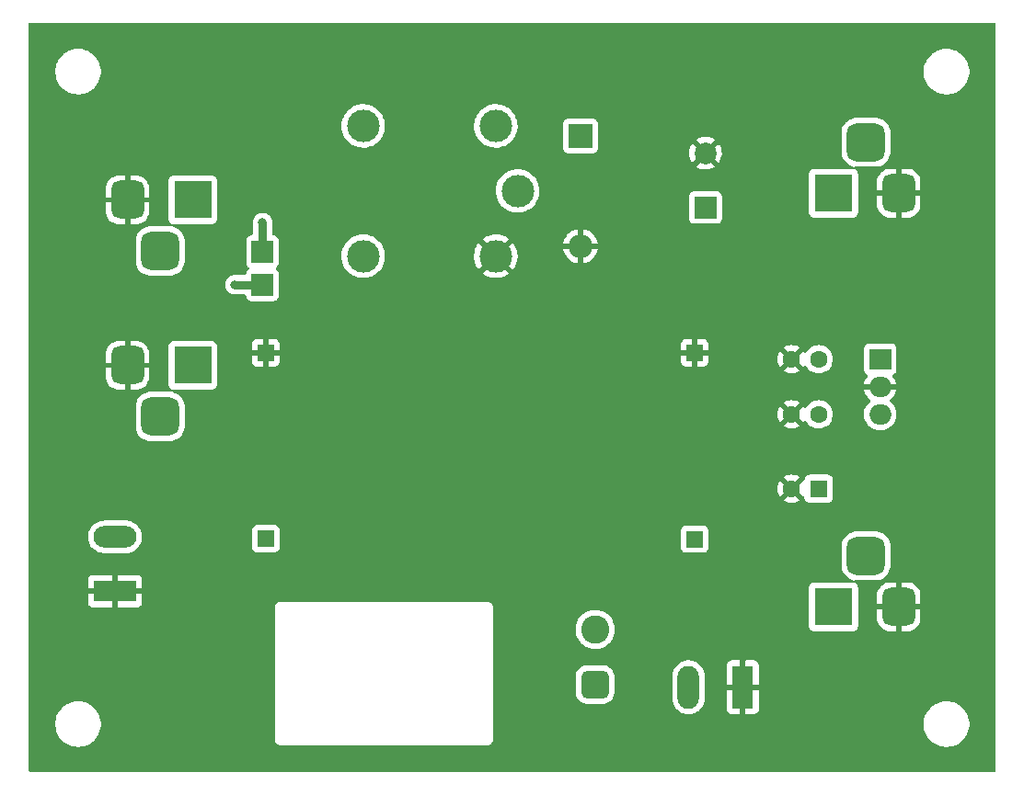
<source format=gbl>
%TF.GenerationSoftware,KiCad,Pcbnew,6.0.11-2627ca5db0~126~ubuntu20.04.1*%
%TF.CreationDate,2023-02-25T22:09:04+05:30*%
%TF.ProjectId,UPS_for_router,5550535f-666f-4725-9f72-6f757465722e,1*%
%TF.SameCoordinates,Original*%
%TF.FileFunction,Copper,L2,Bot*%
%TF.FilePolarity,Positive*%
%FSLAX46Y46*%
G04 Gerber Fmt 4.6, Leading zero omitted, Abs format (unit mm)*
G04 Created by KiCad (PCBNEW 6.0.11-2627ca5db0~126~ubuntu20.04.1) date 2023-02-25 22:09:04*
%MOMM*%
%LPD*%
G01*
G04 APERTURE LIST*
G04 Aperture macros list*
%AMRoundRect*
0 Rectangle with rounded corners*
0 $1 Rounding radius*
0 $2 $3 $4 $5 $6 $7 $8 $9 X,Y pos of 4 corners*
0 Add a 4 corners polygon primitive as box body*
4,1,4,$2,$3,$4,$5,$6,$7,$8,$9,$2,$3,0*
0 Add four circle primitives for the rounded corners*
1,1,$1+$1,$2,$3*
1,1,$1+$1,$4,$5*
1,1,$1+$1,$6,$7*
1,1,$1+$1,$8,$9*
0 Add four rect primitives between the rounded corners*
20,1,$1+$1,$2,$3,$4,$5,0*
20,1,$1+$1,$4,$5,$6,$7,0*
20,1,$1+$1,$6,$7,$8,$9,0*
20,1,$1+$1,$8,$9,$2,$3,0*%
G04 Aperture macros list end*
%TA.AperFunction,ComponentPad*%
%ADD10R,3.500000X3.500000*%
%TD*%
%TA.AperFunction,ComponentPad*%
%ADD11RoundRect,0.750000X-0.750000X-1.000000X0.750000X-1.000000X0.750000X1.000000X-0.750000X1.000000X0*%
%TD*%
%TA.AperFunction,ComponentPad*%
%ADD12RoundRect,0.875000X-0.875000X-0.875000X0.875000X-0.875000X0.875000X0.875000X-0.875000X0.875000X0*%
%TD*%
%TA.AperFunction,ComponentPad*%
%ADD13R,2.200000X2.200000*%
%TD*%
%TA.AperFunction,ComponentPad*%
%ADD14O,2.200000X2.200000*%
%TD*%
%TA.AperFunction,ComponentPad*%
%ADD15RoundRect,0.750000X0.750000X1.000000X-0.750000X1.000000X-0.750000X-1.000000X0.750000X-1.000000X0*%
%TD*%
%TA.AperFunction,ComponentPad*%
%ADD16RoundRect,0.875000X0.875000X0.875000X-0.875000X0.875000X-0.875000X-0.875000X0.875000X-0.875000X0*%
%TD*%
%TA.AperFunction,ComponentPad*%
%ADD17R,1.600000X1.600000*%
%TD*%
%TA.AperFunction,ComponentPad*%
%ADD18C,1.600000*%
%TD*%
%TA.AperFunction,ComponentPad*%
%ADD19R,1.980000X3.960000*%
%TD*%
%TA.AperFunction,ComponentPad*%
%ADD20O,1.980000X3.960000*%
%TD*%
%TA.AperFunction,ComponentPad*%
%ADD21R,1.524000X1.524000*%
%TD*%
%TA.AperFunction,ComponentPad*%
%ADD22R,2.000000X2.000000*%
%TD*%
%TA.AperFunction,ComponentPad*%
%ADD23C,2.000000*%
%TD*%
%TA.AperFunction,ComponentPad*%
%ADD24R,3.960000X1.980000*%
%TD*%
%TA.AperFunction,ComponentPad*%
%ADD25O,3.960000X1.980000*%
%TD*%
%TA.AperFunction,ComponentPad*%
%ADD26RoundRect,0.650000X0.650000X-0.650000X0.650000X0.650000X-0.650000X0.650000X-0.650000X-0.650000X0*%
%TD*%
%TA.AperFunction,ComponentPad*%
%ADD27C,2.600000*%
%TD*%
%TA.AperFunction,ComponentPad*%
%ADD28C,3.000000*%
%TD*%
%TA.AperFunction,ComponentPad*%
%ADD29R,2.000000X1.905000*%
%TD*%
%TA.AperFunction,ComponentPad*%
%ADD30O,2.000000X1.905000*%
%TD*%
%TA.AperFunction,SMDPad,CuDef*%
%ADD31R,2.000000X2.000000*%
%TD*%
%TA.AperFunction,ViaPad*%
%ADD32C,0.800000*%
%TD*%
%TA.AperFunction,Conductor*%
%ADD33C,0.800000*%
%TD*%
G04 APERTURE END LIST*
D10*
X109025000Y-90482500D03*
D11*
X103025000Y-90482500D03*
D12*
X106025000Y-95182500D03*
D13*
X144700000Y-69342000D03*
D14*
X144700000Y-79502000D03*
D10*
X167990000Y-112717500D03*
D15*
X173990000Y-112717500D03*
D16*
X170990000Y-108017500D03*
D17*
X166624000Y-101854000D03*
D18*
X164124000Y-101854000D03*
D12*
X106025000Y-79942500D03*
D11*
X103025000Y-75242500D03*
D10*
X109025000Y-75242500D03*
D19*
X159645000Y-120140000D03*
D20*
X154645000Y-120140000D03*
D18*
X166624000Y-94996000D03*
X164124000Y-94996000D03*
D21*
X115733700Y-106462700D03*
X115733700Y-89317700D03*
X155205300Y-89317700D03*
X155205300Y-106488100D03*
D22*
X156210000Y-75934447D03*
D23*
X156210000Y-70934447D03*
D24*
X101870000Y-111280000D03*
D25*
X101870000Y-106280000D03*
D26*
X146050000Y-119888000D03*
D27*
X146050000Y-114808000D03*
D10*
X167990000Y-74617500D03*
D15*
X173990000Y-74617500D03*
D16*
X170990000Y-69917500D03*
D18*
X166624000Y-89916000D03*
X164124000Y-89916000D03*
D28*
X138910000Y-74422000D03*
X124710000Y-80422000D03*
X124710000Y-68422000D03*
X136910000Y-68422000D03*
X136910000Y-80422000D03*
D29*
X172283000Y-89916000D03*
D30*
X172283000Y-92456000D03*
X172283000Y-94996000D03*
D31*
X115443000Y-83058000D03*
X115443000Y-80010000D03*
D32*
X115443000Y-77343000D03*
X112903000Y-83058000D03*
D33*
X112903000Y-83058000D02*
X115443000Y-83058000D01*
X115443000Y-77343000D02*
X115443000Y-80010000D01*
%TA.AperFunction,Conductor*%
G36*
X182872539Y-58940185D02*
G01*
X182918294Y-58992989D01*
X182929500Y-59044500D01*
X182929500Y-127795500D01*
X182909815Y-127862539D01*
X182857011Y-127908294D01*
X182805500Y-127919500D01*
X94054500Y-127919500D01*
X93987461Y-127899815D01*
X93941706Y-127847011D01*
X93930500Y-127795500D01*
X93930500Y-123656200D01*
X96370747Y-123656200D01*
X96408129Y-123940149D01*
X96483702Y-124216398D01*
X96485358Y-124220281D01*
X96485360Y-124220286D01*
X96571445Y-124422108D01*
X96596068Y-124479835D01*
X96598237Y-124483460D01*
X96598238Y-124483461D01*
X96607794Y-124499427D01*
X96743146Y-124725585D01*
X96922215Y-124949100D01*
X96984548Y-125008252D01*
X97126897Y-125143337D01*
X97126902Y-125143341D01*
X97129962Y-125146245D01*
X97133388Y-125148707D01*
X97133393Y-125148711D01*
X97249837Y-125232384D01*
X97362543Y-125313371D01*
X97384350Y-125324917D01*
X97611928Y-125445414D01*
X97611931Y-125445416D01*
X97615653Y-125447386D01*
X97750131Y-125496598D01*
X97880655Y-125544363D01*
X97880659Y-125544364D01*
X97884610Y-125545810D01*
X97888724Y-125546707D01*
X98160316Y-125605924D01*
X98160320Y-125605925D01*
X98164436Y-125606822D01*
X98168640Y-125607153D01*
X98168641Y-125607153D01*
X98193037Y-125609073D01*
X98389053Y-125624500D01*
X98543992Y-125624500D01*
X98716449Y-125612743D01*
X98753528Y-125610215D01*
X98753529Y-125610215D01*
X98757737Y-125609928D01*
X98772736Y-125606822D01*
X98823913Y-125596224D01*
X99038186Y-125551850D01*
X99042154Y-125550445D01*
X99042157Y-125550444D01*
X99142428Y-125514936D01*
X99308158Y-125456248D01*
X99479533Y-125367795D01*
X99558902Y-125326830D01*
X99558906Y-125326827D01*
X99562658Y-125324891D01*
X99566114Y-125322462D01*
X99566119Y-125322459D01*
X99793519Y-125162639D01*
X99793522Y-125162636D01*
X99796976Y-125160209D01*
X99929969Y-125036624D01*
X116593031Y-125036624D01*
X116595459Y-125045118D01*
X116601030Y-125064610D01*
X116604552Y-125081111D01*
X116608677Y-125109918D01*
X116612335Y-125117963D01*
X116612335Y-125117964D01*
X116619138Y-125132928D01*
X116625482Y-125150171D01*
X116629046Y-125162639D01*
X116632428Y-125174471D01*
X116647958Y-125199085D01*
X116655966Y-125213927D01*
X116668016Y-125240428D01*
X116673785Y-125247123D01*
X116684511Y-125259571D01*
X116695444Y-125274346D01*
X116708930Y-125295720D01*
X116715554Y-125301570D01*
X116730747Y-125314988D01*
X116742602Y-125326989D01*
X116755834Y-125342346D01*
X116755837Y-125342349D01*
X116761600Y-125349037D01*
X116769010Y-125353840D01*
X116782809Y-125362784D01*
X116797447Y-125373895D01*
X116816388Y-125390623D01*
X116842737Y-125402994D01*
X116857479Y-125411183D01*
X116881905Y-125427015D01*
X116906128Y-125434259D01*
X116923285Y-125440812D01*
X116946163Y-125451553D01*
X116974931Y-125456032D01*
X116991371Y-125459753D01*
X117019261Y-125468093D01*
X117053167Y-125468300D01*
X117053930Y-125468332D01*
X117055009Y-125468500D01*
X117085438Y-125468500D01*
X117086197Y-125468502D01*
X117162624Y-125468969D01*
X117163949Y-125468590D01*
X117165275Y-125468500D01*
X136135438Y-125468500D01*
X136136197Y-125468502D01*
X136212624Y-125468969D01*
X136240612Y-125460970D01*
X136257111Y-125457448D01*
X136277171Y-125454576D01*
X136277174Y-125454575D01*
X136285918Y-125453323D01*
X136295794Y-125448833D01*
X136308928Y-125442862D01*
X136326171Y-125436518D01*
X136341977Y-125432000D01*
X136341979Y-125431999D01*
X136350471Y-125429572D01*
X136375087Y-125414041D01*
X136389928Y-125406033D01*
X136416428Y-125393984D01*
X136435571Y-125377489D01*
X136450347Y-125366555D01*
X136464247Y-125357785D01*
X136471720Y-125353070D01*
X136481191Y-125342346D01*
X136490988Y-125331253D01*
X136502989Y-125319398D01*
X136518346Y-125306166D01*
X136518349Y-125306163D01*
X136525037Y-125300400D01*
X136538784Y-125279191D01*
X136549895Y-125264553D01*
X136560776Y-125252232D01*
X136566623Y-125245612D01*
X136578995Y-125219261D01*
X136587183Y-125204521D01*
X136598210Y-125187508D01*
X136603015Y-125180095D01*
X136610259Y-125155872D01*
X136616814Y-125138709D01*
X136619529Y-125132928D01*
X136627553Y-125115837D01*
X136632032Y-125087069D01*
X136635753Y-125070629D01*
X136644093Y-125042739D01*
X136644300Y-125008833D01*
X136644332Y-125008070D01*
X136644500Y-125006991D01*
X136644500Y-124976562D01*
X136644502Y-124975804D01*
X136644945Y-124903259D01*
X136644969Y-124899376D01*
X136644590Y-124898051D01*
X136644500Y-124896725D01*
X136644500Y-123656200D01*
X176286747Y-123656200D01*
X176324129Y-123940149D01*
X176399702Y-124216398D01*
X176401358Y-124220281D01*
X176401360Y-124220286D01*
X176487445Y-124422108D01*
X176512068Y-124479835D01*
X176514237Y-124483460D01*
X176514238Y-124483461D01*
X176523794Y-124499427D01*
X176659146Y-124725585D01*
X176838215Y-124949100D01*
X176900548Y-125008252D01*
X177042897Y-125143337D01*
X177042902Y-125143341D01*
X177045962Y-125146245D01*
X177049388Y-125148707D01*
X177049393Y-125148711D01*
X177165837Y-125232384D01*
X177278543Y-125313371D01*
X177300350Y-125324917D01*
X177527928Y-125445414D01*
X177527931Y-125445416D01*
X177531653Y-125447386D01*
X177666131Y-125496598D01*
X177796655Y-125544363D01*
X177796659Y-125544364D01*
X177800610Y-125545810D01*
X177804724Y-125546707D01*
X178076316Y-125605924D01*
X178076320Y-125605925D01*
X178080436Y-125606822D01*
X178084640Y-125607153D01*
X178084641Y-125607153D01*
X178109037Y-125609073D01*
X178305053Y-125624500D01*
X178459992Y-125624500D01*
X178632449Y-125612743D01*
X178669528Y-125610215D01*
X178669529Y-125610215D01*
X178673737Y-125609928D01*
X178688736Y-125606822D01*
X178739913Y-125596224D01*
X178954186Y-125551850D01*
X178958154Y-125550445D01*
X178958157Y-125550444D01*
X179058428Y-125514936D01*
X179224158Y-125456248D01*
X179395533Y-125367795D01*
X179474902Y-125326830D01*
X179474906Y-125326827D01*
X179478658Y-125324891D01*
X179482114Y-125322462D01*
X179482119Y-125322459D01*
X179709519Y-125162639D01*
X179709522Y-125162636D01*
X179712976Y-125160209D01*
X179922776Y-124965251D01*
X180104177Y-124743623D01*
X180253820Y-124499427D01*
X180262421Y-124479835D01*
X180367241Y-124241047D01*
X180368938Y-124237182D01*
X180447400Y-123961739D01*
X180487754Y-123678196D01*
X180489253Y-123391800D01*
X180451871Y-123107851D01*
X180376298Y-122831602D01*
X180369165Y-122814877D01*
X180283566Y-122614197D01*
X180263932Y-122568165D01*
X180254520Y-122552438D01*
X180119021Y-122326035D01*
X180119018Y-122326030D01*
X180116854Y-122322415D01*
X179937785Y-122098900D01*
X179818897Y-121986080D01*
X179733103Y-121904663D01*
X179733098Y-121904659D01*
X179730038Y-121901755D01*
X179726612Y-121899293D01*
X179726607Y-121899289D01*
X179596331Y-121805677D01*
X179497457Y-121734629D01*
X179395110Y-121680439D01*
X179248072Y-121602586D01*
X179248069Y-121602584D01*
X179244347Y-121600614D01*
X179085239Y-121542389D01*
X178979345Y-121503637D01*
X178979341Y-121503636D01*
X178975390Y-121502190D01*
X178943771Y-121495296D01*
X178699684Y-121442076D01*
X178699680Y-121442075D01*
X178695564Y-121441178D01*
X178691360Y-121440847D01*
X178691359Y-121440847D01*
X178652452Y-121437785D01*
X178470947Y-121423500D01*
X178316008Y-121423500D01*
X178143551Y-121435257D01*
X178106472Y-121437785D01*
X178106471Y-121437785D01*
X178102263Y-121438072D01*
X178098135Y-121438927D01*
X178098134Y-121438927D01*
X178082928Y-121442076D01*
X177821814Y-121496150D01*
X177817846Y-121497555D01*
X177817843Y-121497556D01*
X177800671Y-121503637D01*
X177551842Y-121591752D01*
X177445903Y-121646431D01*
X177301098Y-121721170D01*
X177301094Y-121721173D01*
X177297342Y-121723109D01*
X177293886Y-121725538D01*
X177293881Y-121725541D01*
X177066481Y-121885361D01*
X177066478Y-121885364D01*
X177063024Y-121887791D01*
X176853224Y-122082749D01*
X176671823Y-122304377D01*
X176522180Y-122548573D01*
X176520485Y-122552434D01*
X176520483Y-122552438D01*
X176490301Y-122621195D01*
X176407062Y-122810818D01*
X176328600Y-123086261D01*
X176288246Y-123369804D01*
X176286747Y-123656200D01*
X136644500Y-123656200D01*
X136644500Y-120606762D01*
X144249500Y-120606762D01*
X144256673Y-120704793D01*
X144306214Y-120910355D01*
X144392386Y-121103447D01*
X144512303Y-121277601D01*
X144661949Y-121426987D01*
X144666636Y-121430203D01*
X144666637Y-121430203D01*
X144764821Y-121497556D01*
X144836313Y-121546599D01*
X145029554Y-121632434D01*
X145235202Y-121681616D01*
X145240241Y-121681977D01*
X145240246Y-121681978D01*
X145329027Y-121688342D01*
X145329041Y-121688342D01*
X145331238Y-121688500D01*
X146768762Y-121688500D01*
X146866793Y-121681327D01*
X147072355Y-121631786D01*
X147077537Y-121629473D01*
X147077541Y-121629472D01*
X147260255Y-121547931D01*
X147265447Y-121545614D01*
X147439601Y-121425697D01*
X147588987Y-121276051D01*
X147646557Y-121192129D01*
X153154500Y-121192129D01*
X153169475Y-121374272D01*
X153229184Y-121611983D01*
X153231213Y-121616651D01*
X153231214Y-121616652D01*
X153238076Y-121632434D01*
X153326916Y-121836751D01*
X153460045Y-122042538D01*
X153463466Y-122046297D01*
X153463467Y-122046299D01*
X153496634Y-122082749D01*
X153624998Y-122223818D01*
X153817343Y-122375724D01*
X153955587Y-122452038D01*
X154027461Y-122491715D01*
X154027464Y-122491716D01*
X154031916Y-122494174D01*
X154036717Y-122495874D01*
X154251830Y-122572050D01*
X154262953Y-122575989D01*
X154304065Y-122583312D01*
X154499241Y-122618078D01*
X154499246Y-122618078D01*
X154504251Y-122618970D01*
X154604406Y-122620194D01*
X154744239Y-122621903D01*
X154744241Y-122621903D01*
X154749328Y-122621965D01*
X154754358Y-122621195D01*
X154754362Y-122621195D01*
X154932496Y-122593936D01*
X154991604Y-122584891D01*
X154996432Y-122583313D01*
X154996436Y-122583312D01*
X155113737Y-122544972D01*
X155224571Y-122508746D01*
X155298763Y-122470124D01*
X155437459Y-122397924D01*
X155437465Y-122397920D01*
X155441974Y-122395573D01*
X155534590Y-122326035D01*
X155633902Y-122251470D01*
X155633905Y-122251467D01*
X155637973Y-122248413D01*
X155658467Y-122226968D01*
X155718667Y-122163972D01*
X158155000Y-122163972D01*
X158155363Y-122170669D01*
X158160803Y-122220744D01*
X158164371Y-122235753D01*
X158208817Y-122354311D01*
X158217212Y-122369646D01*
X158292516Y-122470124D01*
X158304876Y-122482484D01*
X158405354Y-122557788D01*
X158420689Y-122566183D01*
X158539247Y-122610629D01*
X158554256Y-122614197D01*
X158604331Y-122619637D01*
X158611028Y-122620000D01*
X159377170Y-122620000D01*
X159392169Y-122615596D01*
X159393356Y-122614226D01*
X159395000Y-122606668D01*
X159395000Y-122602170D01*
X159895000Y-122602170D01*
X159899404Y-122617169D01*
X159900774Y-122618356D01*
X159908332Y-122620000D01*
X160678972Y-122620000D01*
X160685669Y-122619637D01*
X160735744Y-122614197D01*
X160750753Y-122610629D01*
X160869311Y-122566183D01*
X160884646Y-122557788D01*
X160985124Y-122482484D01*
X160997484Y-122470124D01*
X161072788Y-122369646D01*
X161081183Y-122354311D01*
X161125629Y-122235753D01*
X161129197Y-122220744D01*
X161134637Y-122170669D01*
X161135000Y-122163972D01*
X161135000Y-120407830D01*
X161130596Y-120392831D01*
X161129226Y-120391644D01*
X161121668Y-120390000D01*
X159912830Y-120390000D01*
X159897831Y-120394404D01*
X159896644Y-120395774D01*
X159895000Y-120403332D01*
X159895000Y-122602170D01*
X159395000Y-122602170D01*
X159395000Y-120407830D01*
X159390596Y-120392831D01*
X159389226Y-120391644D01*
X159381668Y-120390000D01*
X158172830Y-120390000D01*
X158157831Y-120394404D01*
X158156644Y-120395774D01*
X158155000Y-120403332D01*
X158155000Y-122163972D01*
X155718667Y-122163972D01*
X155744416Y-122137027D01*
X155807306Y-122071217D01*
X155826870Y-122042538D01*
X155942553Y-121872952D01*
X155942554Y-121872950D01*
X155945424Y-121868743D01*
X156048618Y-121646431D01*
X156052680Y-121631786D01*
X156112758Y-121415150D01*
X156112758Y-121415148D01*
X156114117Y-121410249D01*
X156135500Y-121210164D01*
X156135500Y-119872170D01*
X158155000Y-119872170D01*
X158159404Y-119887169D01*
X158160774Y-119888356D01*
X158168332Y-119890000D01*
X159377170Y-119890000D01*
X159392169Y-119885596D01*
X159393356Y-119884226D01*
X159395000Y-119876668D01*
X159395000Y-119872170D01*
X159895000Y-119872170D01*
X159899404Y-119887169D01*
X159900774Y-119888356D01*
X159908332Y-119890000D01*
X161117170Y-119890000D01*
X161132169Y-119885596D01*
X161133356Y-119884226D01*
X161135000Y-119876668D01*
X161135000Y-118116028D01*
X161134637Y-118109331D01*
X161129197Y-118059256D01*
X161125629Y-118044247D01*
X161081183Y-117925689D01*
X161072788Y-117910354D01*
X160997484Y-117809876D01*
X160985124Y-117797516D01*
X160884646Y-117722212D01*
X160869311Y-117713817D01*
X160750753Y-117669371D01*
X160735744Y-117665803D01*
X160685669Y-117660363D01*
X160678972Y-117660000D01*
X159912830Y-117660000D01*
X159897831Y-117664404D01*
X159896644Y-117665774D01*
X159895000Y-117673332D01*
X159895000Y-119872170D01*
X159395000Y-119872170D01*
X159395000Y-117677830D01*
X159390596Y-117662831D01*
X159389226Y-117661644D01*
X159381668Y-117660000D01*
X158611028Y-117660000D01*
X158604331Y-117660363D01*
X158554256Y-117665803D01*
X158539247Y-117669371D01*
X158420689Y-117713817D01*
X158405354Y-117722212D01*
X158304876Y-117797516D01*
X158292516Y-117809876D01*
X158217212Y-117910354D01*
X158208817Y-117925689D01*
X158164371Y-118044247D01*
X158160803Y-118059256D01*
X158155363Y-118109331D01*
X158155000Y-118116028D01*
X158155000Y-119872170D01*
X156135500Y-119872170D01*
X156135500Y-119087871D01*
X156120525Y-118905728D01*
X156060816Y-118668017D01*
X155963084Y-118443249D01*
X155829955Y-118237462D01*
X155825546Y-118232616D01*
X155747211Y-118146528D01*
X155665002Y-118056182D01*
X155472657Y-117904276D01*
X155279261Y-117797516D01*
X155262539Y-117788285D01*
X155262536Y-117788284D01*
X155258084Y-117785826D01*
X155027047Y-117704011D01*
X154970772Y-117693987D01*
X154790759Y-117661922D01*
X154790754Y-117661922D01*
X154785749Y-117661030D01*
X154685594Y-117659806D01*
X154545761Y-117658097D01*
X154545759Y-117658097D01*
X154540672Y-117658035D01*
X154535642Y-117658805D01*
X154535638Y-117658805D01*
X154357504Y-117686064D01*
X154298396Y-117695109D01*
X154293568Y-117696687D01*
X154293564Y-117696688D01*
X154215474Y-117722212D01*
X154065429Y-117771254D01*
X154032713Y-117788285D01*
X153852541Y-117882076D01*
X153852535Y-117882080D01*
X153848026Y-117884427D01*
X153793070Y-117925689D01*
X153656098Y-118028530D01*
X153656095Y-118028533D01*
X153652027Y-118031587D01*
X153648513Y-118035264D01*
X153648512Y-118035265D01*
X153591740Y-118094673D01*
X153482694Y-118208783D01*
X153479827Y-118212985D01*
X153479826Y-118212987D01*
X153388355Y-118347079D01*
X153344576Y-118411257D01*
X153241382Y-118633569D01*
X153240022Y-118638474D01*
X153240021Y-118638476D01*
X153230083Y-118674313D01*
X153175883Y-118869751D01*
X153154500Y-119069836D01*
X153154500Y-121192129D01*
X147646557Y-121192129D01*
X147648307Y-121189578D01*
X147705384Y-121106374D01*
X147705385Y-121106372D01*
X147708599Y-121101687D01*
X147794434Y-120908446D01*
X147843616Y-120702798D01*
X147850500Y-120606762D01*
X147850500Y-119169238D01*
X147843327Y-119071207D01*
X147793786Y-118865645D01*
X147707614Y-118672553D01*
X147587697Y-118498399D01*
X147438051Y-118349013D01*
X147275438Y-118237462D01*
X147268374Y-118232616D01*
X147268372Y-118232615D01*
X147263687Y-118229401D01*
X147070446Y-118143566D01*
X146864798Y-118094384D01*
X146859759Y-118094023D01*
X146859754Y-118094022D01*
X146770973Y-118087658D01*
X146770959Y-118087658D01*
X146768762Y-118087500D01*
X145331238Y-118087500D01*
X145233207Y-118094673D01*
X145027645Y-118144214D01*
X145022463Y-118146527D01*
X145022459Y-118146528D01*
X144882960Y-118208783D01*
X144834553Y-118230386D01*
X144829871Y-118233610D01*
X144829869Y-118233611D01*
X144818074Y-118241733D01*
X144660399Y-118350303D01*
X144511013Y-118499949D01*
X144507797Y-118504636D01*
X144507797Y-118504637D01*
X144395822Y-118667869D01*
X144391401Y-118674313D01*
X144305566Y-118867554D01*
X144256384Y-119073202D01*
X144256023Y-119078241D01*
X144256022Y-119078246D01*
X144255150Y-119090422D01*
X144249500Y-119169238D01*
X144249500Y-120606762D01*
X136644500Y-120606762D01*
X136644500Y-114760736D01*
X144245070Y-114760736D01*
X144245291Y-114765338D01*
X144245291Y-114765340D01*
X144248159Y-114825046D01*
X144257909Y-115028041D01*
X144310118Y-115290512D01*
X144400549Y-115542383D01*
X144527215Y-115778121D01*
X144529967Y-115781807D01*
X144529970Y-115781811D01*
X144684578Y-115988855D01*
X144687335Y-115992547D01*
X144779079Y-116083494D01*
X144874126Y-116177715D01*
X144874131Y-116177719D01*
X144877390Y-116180950D01*
X145093205Y-116339192D01*
X145221545Y-116406715D01*
X145325961Y-116461652D01*
X145325967Y-116461655D01*
X145330039Y-116463797D01*
X145334380Y-116465313D01*
X145334387Y-116465316D01*
X145571130Y-116547989D01*
X145582690Y-116552026D01*
X145587205Y-116552883D01*
X145587208Y-116552884D01*
X145841091Y-116601086D01*
X145841094Y-116601086D01*
X145845606Y-116601943D01*
X145850196Y-116602123D01*
X145850202Y-116602124D01*
X146108405Y-116612268D01*
X146108406Y-116612268D01*
X146113013Y-116612449D01*
X146228518Y-116599799D01*
X146374464Y-116583816D01*
X146374469Y-116583815D01*
X146379035Y-116583315D01*
X146637829Y-116515180D01*
X146883710Y-116409542D01*
X146967457Y-116357718D01*
X147107362Y-116271142D01*
X147107367Y-116271138D01*
X147111275Y-116268720D01*
X147315526Y-116095809D01*
X147491976Y-115894607D01*
X147636747Y-115669534D01*
X147746661Y-115425534D01*
X147819302Y-115167969D01*
X147836528Y-115032564D01*
X147852683Y-114905580D01*
X147852684Y-114905571D01*
X147853075Y-114902495D01*
X147855549Y-114808000D01*
X147835717Y-114541123D01*
X147826197Y-114499051D01*
X147777671Y-114284598D01*
X147777670Y-114284595D01*
X147776655Y-114280109D01*
X147679662Y-114030691D01*
X147657860Y-113992544D01*
X147549148Y-113802339D01*
X147549147Y-113802338D01*
X147546868Y-113798350D01*
X147381190Y-113588189D01*
X147186269Y-113404825D01*
X147140446Y-113373036D01*
X147001289Y-113276500D01*
X146966385Y-113252286D01*
X146726371Y-113133924D01*
X146721990Y-113132522D01*
X146721986Y-113132520D01*
X146591472Y-113090742D01*
X146471497Y-113052338D01*
X146207364Y-113009322D01*
X146076136Y-113007604D01*
X145944383Y-113005879D01*
X145944378Y-113005879D01*
X145939774Y-113005819D01*
X145738411Y-113033223D01*
X145679167Y-113041286D01*
X145679165Y-113041286D01*
X145674605Y-113041907D01*
X145670189Y-113043194D01*
X145670185Y-113043195D01*
X145426199Y-113114310D01*
X145417683Y-113116792D01*
X145174652Y-113228831D01*
X145170810Y-113231350D01*
X145170808Y-113231351D01*
X144954703Y-113373036D01*
X144954698Y-113373039D01*
X144950851Y-113375562D01*
X144921005Y-113402201D01*
X144754628Y-113550697D01*
X144754623Y-113550702D01*
X144751197Y-113553760D01*
X144580075Y-113759512D01*
X144441244Y-113988298D01*
X144439466Y-113992538D01*
X144439463Y-113992544D01*
X144381366Y-114131091D01*
X144337755Y-114235091D01*
X144271881Y-114494470D01*
X144245070Y-114760736D01*
X136644500Y-114760736D01*
X136644500Y-112784562D01*
X136644502Y-112783804D01*
X136644915Y-112716211D01*
X136644969Y-112707376D01*
X136636970Y-112679388D01*
X136633448Y-112662889D01*
X136630576Y-112642829D01*
X136630575Y-112642826D01*
X136629323Y-112634082D01*
X136622977Y-112620124D01*
X136618862Y-112611072D01*
X136612518Y-112593829D01*
X136608000Y-112578023D01*
X136607999Y-112578021D01*
X136605572Y-112569529D01*
X136590041Y-112544913D01*
X136582033Y-112530072D01*
X136579607Y-112524737D01*
X136569984Y-112503572D01*
X136553489Y-112484429D01*
X136542555Y-112469653D01*
X136533785Y-112455753D01*
X136529070Y-112448280D01*
X136517242Y-112437834D01*
X136507253Y-112429012D01*
X136495398Y-112417011D01*
X136482166Y-112401654D01*
X136482163Y-112401651D01*
X136476400Y-112394963D01*
X136455191Y-112381216D01*
X136440553Y-112370105D01*
X136421612Y-112353377D01*
X136395261Y-112341005D01*
X136380521Y-112332817D01*
X136363508Y-112321790D01*
X136363509Y-112321790D01*
X136356095Y-112316985D01*
X136331872Y-112309741D01*
X136314715Y-112303188D01*
X136291837Y-112292447D01*
X136263069Y-112287968D01*
X136246629Y-112284247D01*
X136218739Y-112275907D01*
X136184833Y-112275700D01*
X136184070Y-112275668D01*
X136182991Y-112275500D01*
X136152562Y-112275500D01*
X136151804Y-112275498D01*
X136151300Y-112275495D01*
X136075376Y-112275031D01*
X136074051Y-112275410D01*
X136072725Y-112275500D01*
X117102562Y-112275500D01*
X117101804Y-112275498D01*
X117094173Y-112275451D01*
X117025376Y-112275031D01*
X116997390Y-112283030D01*
X116980889Y-112286552D01*
X116960829Y-112289424D01*
X116960826Y-112289425D01*
X116952082Y-112290677D01*
X116944037Y-112294335D01*
X116944036Y-112294335D01*
X116929072Y-112301138D01*
X116911829Y-112307482D01*
X116896023Y-112312000D01*
X116896021Y-112312001D01*
X116887529Y-112314428D01*
X116875861Y-112321790D01*
X116862915Y-112329958D01*
X116848073Y-112337966D01*
X116821572Y-112350016D01*
X116814876Y-112355785D01*
X116814877Y-112355785D01*
X116802429Y-112366511D01*
X116787654Y-112377444D01*
X116766280Y-112390930D01*
X116760430Y-112397554D01*
X116747012Y-112412747D01*
X116735011Y-112424602D01*
X116719654Y-112437834D01*
X116719651Y-112437837D01*
X116712963Y-112443600D01*
X116708160Y-112451010D01*
X116699216Y-112464809D01*
X116688105Y-112479447D01*
X116671377Y-112498388D01*
X116661396Y-112519646D01*
X116659006Y-112524737D01*
X116650817Y-112539479D01*
X116634985Y-112563905D01*
X116627741Y-112588128D01*
X116621188Y-112605285D01*
X116610447Y-112628163D01*
X116605968Y-112656929D01*
X116602247Y-112673371D01*
X116593907Y-112701261D01*
X116593853Y-112710095D01*
X116593700Y-112735156D01*
X116593668Y-112735930D01*
X116593500Y-112737009D01*
X116593500Y-112767438D01*
X116593498Y-112768196D01*
X116593031Y-112844624D01*
X116593410Y-112845949D01*
X116593500Y-112847275D01*
X116593500Y-124959438D01*
X116593498Y-124960196D01*
X116593031Y-125036624D01*
X99929969Y-125036624D01*
X100006776Y-124965251D01*
X100188177Y-124743623D01*
X100337820Y-124499427D01*
X100346421Y-124479835D01*
X100451241Y-124241047D01*
X100452938Y-124237182D01*
X100531400Y-123961739D01*
X100571754Y-123678196D01*
X100573253Y-123391800D01*
X100535871Y-123107851D01*
X100460298Y-122831602D01*
X100453165Y-122814877D01*
X100367566Y-122614197D01*
X100347932Y-122568165D01*
X100338520Y-122552438D01*
X100203021Y-122326035D01*
X100203018Y-122326030D01*
X100200854Y-122322415D01*
X100021785Y-122098900D01*
X99902897Y-121986080D01*
X99817103Y-121904663D01*
X99817098Y-121904659D01*
X99814038Y-121901755D01*
X99810612Y-121899293D01*
X99810607Y-121899289D01*
X99680331Y-121805677D01*
X99581457Y-121734629D01*
X99479110Y-121680439D01*
X99332072Y-121602586D01*
X99332069Y-121602584D01*
X99328347Y-121600614D01*
X99169239Y-121542389D01*
X99063345Y-121503637D01*
X99063341Y-121503636D01*
X99059390Y-121502190D01*
X99027771Y-121495296D01*
X98783684Y-121442076D01*
X98783680Y-121442075D01*
X98779564Y-121441178D01*
X98775360Y-121440847D01*
X98775359Y-121440847D01*
X98736452Y-121437785D01*
X98554947Y-121423500D01*
X98400008Y-121423500D01*
X98227551Y-121435257D01*
X98190472Y-121437785D01*
X98190471Y-121437785D01*
X98186263Y-121438072D01*
X98182135Y-121438927D01*
X98182134Y-121438927D01*
X98166928Y-121442076D01*
X97905814Y-121496150D01*
X97901846Y-121497555D01*
X97901843Y-121497556D01*
X97884671Y-121503637D01*
X97635842Y-121591752D01*
X97529903Y-121646431D01*
X97385098Y-121721170D01*
X97385094Y-121721173D01*
X97381342Y-121723109D01*
X97377886Y-121725538D01*
X97377881Y-121725541D01*
X97150481Y-121885361D01*
X97150478Y-121885364D01*
X97147024Y-121887791D01*
X96937224Y-122082749D01*
X96755823Y-122304377D01*
X96606180Y-122548573D01*
X96604485Y-122552434D01*
X96604483Y-122552438D01*
X96574301Y-122621195D01*
X96491062Y-122810818D01*
X96412600Y-123086261D01*
X96372246Y-123369804D01*
X96370747Y-123656200D01*
X93930500Y-123656200D01*
X93930500Y-112313972D01*
X99390000Y-112313972D01*
X99390363Y-112320669D01*
X99395803Y-112370744D01*
X99399371Y-112385753D01*
X99443817Y-112504311D01*
X99452212Y-112519646D01*
X99527516Y-112620124D01*
X99539876Y-112632484D01*
X99640354Y-112707788D01*
X99655689Y-112716183D01*
X99774247Y-112760629D01*
X99789256Y-112764197D01*
X99839331Y-112769637D01*
X99846028Y-112770000D01*
X101602170Y-112770000D01*
X101617169Y-112765596D01*
X101618356Y-112764226D01*
X101620000Y-112756668D01*
X101620000Y-112752170D01*
X102120000Y-112752170D01*
X102124404Y-112767169D01*
X102125774Y-112768356D01*
X102133332Y-112770000D01*
X103893972Y-112770000D01*
X103900669Y-112769637D01*
X103950744Y-112764197D01*
X103965753Y-112760629D01*
X104084311Y-112716183D01*
X104099646Y-112707788D01*
X104200124Y-112632484D01*
X104212484Y-112620124D01*
X104287788Y-112519646D01*
X104296183Y-112504311D01*
X104340629Y-112385753D01*
X104344197Y-112370744D01*
X104349637Y-112320669D01*
X104350000Y-112313972D01*
X104350000Y-111547830D01*
X104345596Y-111532831D01*
X104344226Y-111531644D01*
X104336668Y-111530000D01*
X102137830Y-111530000D01*
X102122831Y-111534404D01*
X102121644Y-111535774D01*
X102120000Y-111543332D01*
X102120000Y-112752170D01*
X101620000Y-112752170D01*
X101620000Y-111547830D01*
X101615596Y-111532831D01*
X101614226Y-111531644D01*
X101606668Y-111530000D01*
X99407830Y-111530000D01*
X99392831Y-111534404D01*
X99391644Y-111535774D01*
X99390000Y-111543332D01*
X99390000Y-112313972D01*
X93930500Y-112313972D01*
X93930500Y-111012170D01*
X99390000Y-111012170D01*
X99394404Y-111027169D01*
X99395774Y-111028356D01*
X99403332Y-111030000D01*
X101602170Y-111030000D01*
X101617169Y-111025596D01*
X101618356Y-111024226D01*
X101620000Y-111016668D01*
X101620000Y-111012170D01*
X102120000Y-111012170D01*
X102124404Y-111027169D01*
X102125774Y-111028356D01*
X102133332Y-111030000D01*
X104332170Y-111030000D01*
X104347169Y-111025596D01*
X104348356Y-111024226D01*
X104350000Y-111016668D01*
X104350000Y-110920123D01*
X165739500Y-110920123D01*
X165739501Y-114514876D01*
X165746149Y-114576080D01*
X165796474Y-114710324D01*
X165801769Y-114717389D01*
X165801770Y-114717391D01*
X165867077Y-114804529D01*
X165882454Y-114825046D01*
X165889519Y-114830341D01*
X165990109Y-114905730D01*
X165990111Y-114905731D01*
X165997176Y-114911026D01*
X166131420Y-114961351D01*
X166192623Y-114968000D01*
X167989732Y-114968000D01*
X169787376Y-114967999D01*
X169848580Y-114961351D01*
X169982824Y-114911026D01*
X169989889Y-114905731D01*
X169989891Y-114905730D01*
X170090481Y-114830341D01*
X170097546Y-114825046D01*
X170112923Y-114804529D01*
X170178230Y-114717391D01*
X170178231Y-114717389D01*
X170183526Y-114710324D01*
X170233851Y-114576080D01*
X170240500Y-114514877D01*
X170240500Y-113777094D01*
X171990001Y-113777094D01*
X171990205Y-113782117D01*
X172001017Y-113915060D01*
X172002758Y-113925437D01*
X172055561Y-114131091D01*
X172059237Y-114141470D01*
X172147524Y-114334308D01*
X172152971Y-114343857D01*
X172274014Y-114518015D01*
X172281077Y-114526462D01*
X172431038Y-114676423D01*
X172439485Y-114683486D01*
X172613643Y-114804529D01*
X172623192Y-114809976D01*
X172816030Y-114898263D01*
X172826409Y-114901939D01*
X173032062Y-114954741D01*
X173042441Y-114956483D01*
X173175385Y-114967296D01*
X173180404Y-114967500D01*
X173722170Y-114967500D01*
X173737169Y-114963096D01*
X173738356Y-114961726D01*
X173740000Y-114954168D01*
X173740000Y-114949669D01*
X174240000Y-114949669D01*
X174244404Y-114964668D01*
X174245774Y-114965855D01*
X174253332Y-114967499D01*
X174799594Y-114967499D01*
X174804617Y-114967295D01*
X174937560Y-114956483D01*
X174947937Y-114954742D01*
X175153591Y-114901939D01*
X175163970Y-114898263D01*
X175356808Y-114809976D01*
X175366357Y-114804529D01*
X175540515Y-114683486D01*
X175548962Y-114676423D01*
X175698923Y-114526462D01*
X175705986Y-114518015D01*
X175827029Y-114343857D01*
X175832476Y-114334308D01*
X175920763Y-114141470D01*
X175924439Y-114131091D01*
X175977241Y-113925438D01*
X175978983Y-113915059D01*
X175989796Y-113782115D01*
X175990000Y-113777096D01*
X175990000Y-112985330D01*
X175985596Y-112970331D01*
X175984226Y-112969144D01*
X175976668Y-112967500D01*
X174257830Y-112967500D01*
X174242831Y-112971904D01*
X174241644Y-112973274D01*
X174240000Y-112980832D01*
X174240000Y-114949669D01*
X173740000Y-114949669D01*
X173740000Y-112985330D01*
X173735596Y-112970331D01*
X173734226Y-112969144D01*
X173726668Y-112967500D01*
X172007831Y-112967500D01*
X171992832Y-112971904D01*
X171991645Y-112973274D01*
X171990001Y-112980832D01*
X171990001Y-113777094D01*
X170240500Y-113777094D01*
X170240499Y-112449670D01*
X171990000Y-112449670D01*
X171994404Y-112464669D01*
X171995774Y-112465856D01*
X172003332Y-112467500D01*
X173722170Y-112467500D01*
X173737169Y-112463096D01*
X173738356Y-112461726D01*
X173740000Y-112454168D01*
X173740000Y-112449670D01*
X174240000Y-112449670D01*
X174244404Y-112464669D01*
X174245774Y-112465856D01*
X174253332Y-112467500D01*
X175972169Y-112467500D01*
X175987168Y-112463096D01*
X175988355Y-112461726D01*
X175989999Y-112454168D01*
X175989999Y-111657906D01*
X175989795Y-111652883D01*
X175978983Y-111519940D01*
X175977242Y-111509563D01*
X175924439Y-111303909D01*
X175920763Y-111293530D01*
X175832476Y-111100692D01*
X175827029Y-111091143D01*
X175705986Y-110916985D01*
X175698923Y-110908538D01*
X175548962Y-110758577D01*
X175540515Y-110751514D01*
X175366357Y-110630471D01*
X175356808Y-110625024D01*
X175163970Y-110536737D01*
X175153591Y-110533061D01*
X174947938Y-110480259D01*
X174937559Y-110478517D01*
X174804615Y-110467704D01*
X174799596Y-110467500D01*
X174257830Y-110467500D01*
X174242831Y-110471904D01*
X174241644Y-110473274D01*
X174240000Y-110480832D01*
X174240000Y-112449670D01*
X173740000Y-112449670D01*
X173740000Y-110485331D01*
X173735596Y-110470332D01*
X173734226Y-110469145D01*
X173726668Y-110467501D01*
X173180406Y-110467501D01*
X173175383Y-110467705D01*
X173042440Y-110478517D01*
X173032063Y-110480258D01*
X172826409Y-110533061D01*
X172816030Y-110536737D01*
X172623192Y-110625024D01*
X172613643Y-110630471D01*
X172439485Y-110751514D01*
X172431038Y-110758577D01*
X172281077Y-110908538D01*
X172274014Y-110916985D01*
X172152971Y-111091143D01*
X172147524Y-111100692D01*
X172059237Y-111293530D01*
X172055561Y-111303909D01*
X172002759Y-111509562D01*
X172001017Y-111519941D01*
X171990204Y-111652885D01*
X171990000Y-111657904D01*
X171990000Y-112449670D01*
X170240499Y-112449670D01*
X170240499Y-110920124D01*
X170233851Y-110858920D01*
X170183526Y-110724676D01*
X170097546Y-110609954D01*
X169994949Y-110533061D01*
X169989891Y-110529270D01*
X169989889Y-110529269D01*
X169982824Y-110523974D01*
X169974554Y-110520874D01*
X169974549Y-110520871D01*
X169934465Y-110505844D01*
X169878601Y-110463880D01*
X169854293Y-110398375D01*
X169869259Y-110330127D01*
X169918747Y-110280804D01*
X169984699Y-110265917D01*
X170021470Y-110267909D01*
X170021511Y-110267910D01*
X170023171Y-110268000D01*
X170989424Y-110268000D01*
X171956828Y-110267999D01*
X171991635Y-110266115D01*
X172009791Y-110265132D01*
X172009795Y-110265132D01*
X172014090Y-110264899D01*
X172236654Y-110221435D01*
X172238042Y-110221164D01*
X172238043Y-110221164D01*
X172243193Y-110220158D01*
X172461483Y-110137455D01*
X172662717Y-110019156D01*
X172841142Y-109868642D01*
X172991656Y-109690217D01*
X173109955Y-109488983D01*
X173192658Y-109270693D01*
X173237399Y-109041590D01*
X173240500Y-108984329D01*
X173240499Y-107050672D01*
X173237399Y-106993410D01*
X173192658Y-106764307D01*
X173142318Y-106631436D01*
X173111813Y-106550921D01*
X173109955Y-106546017D01*
X172991656Y-106344783D01*
X172841142Y-106166358D01*
X172662717Y-106015844D01*
X172461483Y-105897545D01*
X172243193Y-105814842D01*
X172014090Y-105770101D01*
X172009790Y-105769868D01*
X172009789Y-105769868D01*
X171958498Y-105767090D01*
X171958484Y-105767090D01*
X171956829Y-105767000D01*
X170990576Y-105767000D01*
X170023172Y-105767001D01*
X169988365Y-105768885D01*
X169970209Y-105769868D01*
X169970205Y-105769868D01*
X169965910Y-105770101D01*
X169736807Y-105814842D01*
X169518517Y-105897545D01*
X169317283Y-106015844D01*
X169138858Y-106166358D01*
X168988344Y-106344783D01*
X168870045Y-106546017D01*
X168868187Y-106550921D01*
X168837683Y-106631436D01*
X168787342Y-106764307D01*
X168742601Y-106993410D01*
X168739500Y-107050671D01*
X168739501Y-108984328D01*
X168742601Y-109041590D01*
X168787342Y-109270693D01*
X168870045Y-109488983D01*
X168988344Y-109690217D01*
X169138858Y-109868642D01*
X169317283Y-110019156D01*
X169518517Y-110137455D01*
X169736807Y-110220158D01*
X169741959Y-110221164D01*
X169741962Y-110221165D01*
X169742648Y-110221299D01*
X169742911Y-110221435D01*
X169747010Y-110222603D01*
X169746772Y-110223438D01*
X169804672Y-110253467D01*
X169839459Y-110314061D01*
X169835963Y-110383843D01*
X169795296Y-110440658D01*
X169730367Y-110466467D01*
X169718883Y-110467000D01*
X166360768Y-110467001D01*
X166192624Y-110467001D01*
X166131420Y-110473649D01*
X165997176Y-110523974D01*
X165990111Y-110529269D01*
X165990109Y-110529270D01*
X165985051Y-110533061D01*
X165882454Y-110609954D01*
X165796474Y-110724676D01*
X165746149Y-110858920D01*
X165739500Y-110920123D01*
X104350000Y-110920123D01*
X104350000Y-110246028D01*
X104349637Y-110239331D01*
X104344197Y-110189256D01*
X104340629Y-110174247D01*
X104296183Y-110055689D01*
X104287788Y-110040354D01*
X104212484Y-109939876D01*
X104200124Y-109927516D01*
X104099646Y-109852212D01*
X104084311Y-109843817D01*
X103965753Y-109799371D01*
X103950744Y-109795803D01*
X103900669Y-109790363D01*
X103893972Y-109790000D01*
X102137830Y-109790000D01*
X102122831Y-109794404D01*
X102121644Y-109795774D01*
X102120000Y-109803332D01*
X102120000Y-111012170D01*
X101620000Y-111012170D01*
X101620000Y-109807830D01*
X101615596Y-109792831D01*
X101614226Y-109791644D01*
X101606668Y-109790000D01*
X99846028Y-109790000D01*
X99839331Y-109790363D01*
X99789256Y-109795803D01*
X99774247Y-109799371D01*
X99655689Y-109843817D01*
X99640354Y-109852212D01*
X99539876Y-109927516D01*
X99527516Y-109939876D01*
X99452212Y-110040354D01*
X99443817Y-110055689D01*
X99399371Y-110174247D01*
X99395803Y-110189256D01*
X99390363Y-110239331D01*
X99390000Y-110246028D01*
X99390000Y-111012170D01*
X93930500Y-111012170D01*
X93930500Y-106384328D01*
X99388035Y-106384328D01*
X99425109Y-106626604D01*
X99426687Y-106631432D01*
X99426688Y-106631436D01*
X99464277Y-106746438D01*
X99501254Y-106859571D01*
X99503604Y-106864085D01*
X99612076Y-107072459D01*
X99612080Y-107072465D01*
X99614427Y-107076974D01*
X99617483Y-107081044D01*
X99758392Y-107268717D01*
X99761587Y-107272973D01*
X99765264Y-107276487D01*
X99765265Y-107276488D01*
X99816612Y-107325556D01*
X99938783Y-107442306D01*
X99942985Y-107445173D01*
X99942987Y-107445174D01*
X99986111Y-107474591D01*
X100141257Y-107580424D01*
X100363569Y-107683618D01*
X100368474Y-107684978D01*
X100368476Y-107684979D01*
X100594850Y-107747758D01*
X100594852Y-107747758D01*
X100599751Y-107749117D01*
X100799836Y-107770500D01*
X102922129Y-107770500D01*
X102924670Y-107770291D01*
X102924672Y-107770291D01*
X102965386Y-107766944D01*
X103104272Y-107755525D01*
X103341983Y-107695816D01*
X103366907Y-107684979D01*
X103532582Y-107612941D01*
X103566751Y-107598084D01*
X103772538Y-107464955D01*
X103953818Y-107300002D01*
X104105724Y-107107657D01*
X104224174Y-106893084D01*
X104305989Y-106662047D01*
X104348970Y-106420749D01*
X104351965Y-106175672D01*
X104350023Y-106162977D01*
X104315660Y-105938422D01*
X104314891Y-105933396D01*
X104304946Y-105902967D01*
X104240326Y-105705264D01*
X104238746Y-105700429D01*
X104214224Y-105653323D01*
X114471200Y-105653323D01*
X114471201Y-107272076D01*
X114477849Y-107333280D01*
X114528174Y-107467524D01*
X114533469Y-107474589D01*
X114533470Y-107474591D01*
X114608859Y-107575181D01*
X114614154Y-107582246D01*
X114621219Y-107587541D01*
X114721809Y-107662930D01*
X114721811Y-107662931D01*
X114728876Y-107668226D01*
X114863120Y-107718551D01*
X114924323Y-107725200D01*
X115733579Y-107725200D01*
X116543076Y-107725199D01*
X116604280Y-107718551D01*
X116738524Y-107668226D01*
X116745589Y-107662931D01*
X116745591Y-107662930D01*
X116846181Y-107587541D01*
X116853246Y-107582246D01*
X116858541Y-107575181D01*
X116933930Y-107474591D01*
X116933931Y-107474589D01*
X116939226Y-107467524D01*
X116989551Y-107333280D01*
X116996200Y-107272077D01*
X116996199Y-105678723D01*
X153942800Y-105678723D01*
X153942801Y-107297476D01*
X153949449Y-107358680D01*
X153999774Y-107492924D01*
X154085754Y-107607646D01*
X154092819Y-107612941D01*
X154193409Y-107688330D01*
X154193411Y-107688331D01*
X154200476Y-107693626D01*
X154208744Y-107696726D01*
X154208745Y-107696726D01*
X154240068Y-107708468D01*
X154334720Y-107743951D01*
X154395923Y-107750600D01*
X155205179Y-107750600D01*
X156014676Y-107750599D01*
X156075880Y-107743951D01*
X156176444Y-107706252D01*
X156201855Y-107696726D01*
X156201856Y-107696726D01*
X156210124Y-107693626D01*
X156217189Y-107688331D01*
X156217191Y-107688330D01*
X156317781Y-107612941D01*
X156324846Y-107607646D01*
X156410826Y-107492924D01*
X156461151Y-107358680D01*
X156467800Y-107297477D01*
X156467799Y-105678724D01*
X156461151Y-105617520D01*
X156410826Y-105483276D01*
X156386494Y-105450809D01*
X156330141Y-105375619D01*
X156324846Y-105368554D01*
X156283890Y-105337859D01*
X156217191Y-105287870D01*
X156217189Y-105287869D01*
X156210124Y-105282574D01*
X156075880Y-105232249D01*
X156014677Y-105225600D01*
X155205421Y-105225600D01*
X154395924Y-105225601D01*
X154334720Y-105232249D01*
X154200476Y-105282574D01*
X154193411Y-105287869D01*
X154193409Y-105287870D01*
X154126710Y-105337859D01*
X154085754Y-105368554D01*
X154080459Y-105375619D01*
X154024107Y-105450809D01*
X153999774Y-105483276D01*
X153949449Y-105617520D01*
X153942800Y-105678723D01*
X116996199Y-105678723D01*
X116996199Y-105653324D01*
X116989551Y-105592120D01*
X116939226Y-105457876D01*
X116853246Y-105343154D01*
X116846181Y-105337859D01*
X116745591Y-105262470D01*
X116745589Y-105262469D01*
X116738524Y-105257174D01*
X116604280Y-105206849D01*
X116543077Y-105200200D01*
X115733821Y-105200200D01*
X114924324Y-105200201D01*
X114863120Y-105206849D01*
X114728876Y-105257174D01*
X114721811Y-105262469D01*
X114721809Y-105262470D01*
X114621219Y-105337859D01*
X114614154Y-105343154D01*
X114528174Y-105457876D01*
X114477849Y-105592120D01*
X114471200Y-105653323D01*
X104214224Y-105653323D01*
X104130008Y-105491545D01*
X104127924Y-105487541D01*
X104127920Y-105487535D01*
X104125573Y-105483026D01*
X104025859Y-105350219D01*
X103981470Y-105291098D01*
X103981467Y-105291095D01*
X103978413Y-105287027D01*
X103920214Y-105231410D01*
X103804893Y-105121207D01*
X103801217Y-105117694D01*
X103773032Y-105098467D01*
X103602952Y-104982447D01*
X103602950Y-104982446D01*
X103598743Y-104979576D01*
X103376431Y-104876382D01*
X103371526Y-104875022D01*
X103371524Y-104875021D01*
X103145150Y-104812242D01*
X103145148Y-104812242D01*
X103140249Y-104810883D01*
X102940164Y-104789500D01*
X100817871Y-104789500D01*
X100815330Y-104789709D01*
X100815328Y-104789709D01*
X100774614Y-104793056D01*
X100635728Y-104804475D01*
X100398017Y-104864184D01*
X100393349Y-104866213D01*
X100393348Y-104866214D01*
X100365030Y-104878527D01*
X100173249Y-104961916D01*
X99967462Y-105095045D01*
X99786182Y-105259998D01*
X99634276Y-105452343D01*
X99561132Y-105584844D01*
X99523330Y-105653323D01*
X99515826Y-105666916D01*
X99434011Y-105897953D01*
X99423987Y-105954228D01*
X99412409Y-106019230D01*
X99391030Y-106139251D01*
X99388035Y-106384328D01*
X93930500Y-106384328D01*
X93930500Y-102932005D01*
X163404808Y-102932005D01*
X163413956Y-102943829D01*
X163467079Y-102981026D01*
X163476425Y-102986423D01*
X163672769Y-103077979D01*
X163682902Y-103081668D01*
X163892163Y-103137739D01*
X163902794Y-103139613D01*
X164118605Y-103158494D01*
X164129395Y-103158494D01*
X164345206Y-103139613D01*
X164355837Y-103137739D01*
X164565098Y-103081668D01*
X164575231Y-103077979D01*
X164771575Y-102986423D01*
X164780921Y-102981026D01*
X164834867Y-102943252D01*
X164843110Y-102932941D01*
X164836154Y-102919708D01*
X164136607Y-102220160D01*
X164122887Y-102212668D01*
X164121082Y-102212797D01*
X164114573Y-102216980D01*
X163411135Y-102920419D01*
X163404808Y-102932005D01*
X93930500Y-102932005D01*
X93930500Y-101859395D01*
X162819506Y-101859395D01*
X162838387Y-102075206D01*
X162840261Y-102085837D01*
X162896332Y-102295098D01*
X162900021Y-102305231D01*
X162991577Y-102501575D01*
X162996974Y-102510921D01*
X163034748Y-102564867D01*
X163045059Y-102573110D01*
X163058292Y-102566154D01*
X163757840Y-101866607D01*
X163764116Y-101855113D01*
X164482668Y-101855113D01*
X164482797Y-101856918D01*
X164486980Y-101863427D01*
X165190419Y-102566865D01*
X165216004Y-102580835D01*
X165258928Y-102590173D01*
X165308333Y-102639578D01*
X165322408Y-102694721D01*
X165323320Y-102694672D01*
X165323501Y-102698014D01*
X165323501Y-102701376D01*
X165330149Y-102762580D01*
X165380474Y-102896824D01*
X165385769Y-102903889D01*
X165385770Y-102903891D01*
X165443580Y-102981026D01*
X165466454Y-103011546D01*
X165473519Y-103016841D01*
X165574109Y-103092230D01*
X165574111Y-103092231D01*
X165581176Y-103097526D01*
X165715420Y-103147851D01*
X165776623Y-103154500D01*
X166623873Y-103154500D01*
X167471376Y-103154499D01*
X167532580Y-103147851D01*
X167666824Y-103097526D01*
X167673889Y-103092231D01*
X167673891Y-103092230D01*
X167774481Y-103016841D01*
X167781546Y-103011546D01*
X167804420Y-102981026D01*
X167862230Y-102903891D01*
X167862231Y-102903889D01*
X167867526Y-102896824D01*
X167917851Y-102762580D01*
X167924500Y-102701377D01*
X167924499Y-101006624D01*
X167917851Y-100945420D01*
X167867526Y-100811176D01*
X167850376Y-100788292D01*
X167786841Y-100703519D01*
X167781546Y-100696454D01*
X167774481Y-100691159D01*
X167673891Y-100615770D01*
X167673889Y-100615769D01*
X167666824Y-100610474D01*
X167532580Y-100560149D01*
X167471377Y-100553500D01*
X166624127Y-100553500D01*
X165776624Y-100553501D01*
X165715420Y-100560149D01*
X165581176Y-100610474D01*
X165574111Y-100615769D01*
X165574109Y-100615770D01*
X165473519Y-100691159D01*
X165466454Y-100696454D01*
X165461159Y-100703519D01*
X165397625Y-100788292D01*
X165380474Y-100811176D01*
X165330149Y-100945420D01*
X165323500Y-101006623D01*
X165323500Y-101009985D01*
X165323319Y-101013326D01*
X165322117Y-101013261D01*
X165303815Y-101075590D01*
X165251011Y-101121345D01*
X165218590Y-101126665D01*
X165189708Y-101141846D01*
X164490160Y-101841393D01*
X164482668Y-101855113D01*
X163764116Y-101855113D01*
X163765332Y-101852887D01*
X163765203Y-101851082D01*
X163761020Y-101844573D01*
X163057581Y-101141135D01*
X163045995Y-101134808D01*
X163034171Y-101143956D01*
X162996974Y-101197079D01*
X162991577Y-101206425D01*
X162900021Y-101402769D01*
X162896332Y-101412902D01*
X162840261Y-101622163D01*
X162838387Y-101632794D01*
X162819506Y-101848605D01*
X162819506Y-101859395D01*
X93930500Y-101859395D01*
X93930500Y-100775059D01*
X163404890Y-100775059D01*
X163411846Y-100788292D01*
X164111393Y-101487840D01*
X164125113Y-101495332D01*
X164126918Y-101495203D01*
X164133427Y-101491020D01*
X164836865Y-100787581D01*
X164843192Y-100775995D01*
X164834044Y-100764171D01*
X164780921Y-100726974D01*
X164771575Y-100721577D01*
X164575231Y-100630021D01*
X164565098Y-100626332D01*
X164355837Y-100570261D01*
X164345206Y-100568387D01*
X164129395Y-100549506D01*
X164118605Y-100549506D01*
X163902794Y-100568387D01*
X163892163Y-100570261D01*
X163682902Y-100626332D01*
X163672769Y-100630021D01*
X163476425Y-100721577D01*
X163467079Y-100726974D01*
X163413133Y-100764748D01*
X163404890Y-100775059D01*
X93930500Y-100775059D01*
X93930500Y-94215671D01*
X103774500Y-94215671D01*
X103774501Y-96149328D01*
X103777601Y-96206590D01*
X103822342Y-96435693D01*
X103824201Y-96440599D01*
X103824201Y-96440600D01*
X103903187Y-96649079D01*
X103905045Y-96653983D01*
X104023344Y-96855217D01*
X104173858Y-97033642D01*
X104352283Y-97184156D01*
X104553517Y-97302455D01*
X104771807Y-97385158D01*
X105000910Y-97429899D01*
X105005210Y-97430132D01*
X105005211Y-97430132D01*
X105056502Y-97432910D01*
X105056516Y-97432910D01*
X105058171Y-97433000D01*
X106024424Y-97433000D01*
X106991828Y-97432999D01*
X107026635Y-97431115D01*
X107044791Y-97430132D01*
X107044795Y-97430132D01*
X107049090Y-97429899D01*
X107278193Y-97385158D01*
X107496483Y-97302455D01*
X107697717Y-97184156D01*
X107876142Y-97033642D01*
X108026656Y-96855217D01*
X108144955Y-96653983D01*
X108146813Y-96649079D01*
X108225799Y-96440600D01*
X108225799Y-96440599D01*
X108227658Y-96435693D01*
X108229025Y-96428696D01*
X108271573Y-96210820D01*
X108271573Y-96210819D01*
X108272399Y-96206590D01*
X108275500Y-96149329D01*
X108275500Y-96074005D01*
X163404808Y-96074005D01*
X163413956Y-96085829D01*
X163467079Y-96123026D01*
X163476425Y-96128423D01*
X163672769Y-96219979D01*
X163682902Y-96223668D01*
X163892163Y-96279739D01*
X163902794Y-96281613D01*
X164118605Y-96300494D01*
X164129395Y-96300494D01*
X164345206Y-96281613D01*
X164355837Y-96279739D01*
X164565098Y-96223668D01*
X164575231Y-96219979D01*
X164771575Y-96128423D01*
X164780921Y-96123026D01*
X164834867Y-96085252D01*
X164843110Y-96074941D01*
X164836154Y-96061708D01*
X164136607Y-95362160D01*
X164122887Y-95354668D01*
X164121082Y-95354797D01*
X164114573Y-95358980D01*
X163411135Y-96062419D01*
X163404808Y-96074005D01*
X108275500Y-96074005D01*
X108275499Y-95001395D01*
X162819506Y-95001395D01*
X162838387Y-95217206D01*
X162840261Y-95227837D01*
X162896332Y-95437098D01*
X162900021Y-95447231D01*
X162991577Y-95643575D01*
X162996974Y-95652921D01*
X163034748Y-95706867D01*
X163045059Y-95715110D01*
X163058292Y-95708154D01*
X163757840Y-95008607D01*
X163764116Y-94997113D01*
X164482668Y-94997113D01*
X164482797Y-94998918D01*
X164486980Y-95005427D01*
X165190419Y-95708865D01*
X165202005Y-95715192D01*
X165213829Y-95706044D01*
X165251026Y-95652921D01*
X165256421Y-95643578D01*
X165261340Y-95633028D01*
X165307511Y-95580587D01*
X165374703Y-95561433D01*
X165441585Y-95581646D01*
X165486105Y-95633023D01*
X165491139Y-95643818D01*
X165491142Y-95643823D01*
X165493432Y-95648734D01*
X165496539Y-95653171D01*
X165496540Y-95653173D01*
X165620847Y-95830704D01*
X165620851Y-95830708D01*
X165623953Y-95835139D01*
X165784861Y-95996047D01*
X165789292Y-95999149D01*
X165789296Y-95999153D01*
X165897534Y-96074941D01*
X165971266Y-96126568D01*
X165976177Y-96128858D01*
X166172594Y-96220450D01*
X166172600Y-96220452D01*
X166177504Y-96222739D01*
X166319681Y-96260835D01*
X166384347Y-96278162D01*
X166397308Y-96281635D01*
X166402693Y-96282106D01*
X166402698Y-96282107D01*
X166618605Y-96300996D01*
X166624000Y-96301468D01*
X166629395Y-96300996D01*
X166845302Y-96282107D01*
X166845307Y-96282106D01*
X166850692Y-96281635D01*
X166863654Y-96278162D01*
X166928319Y-96260835D01*
X167070496Y-96222739D01*
X167075400Y-96220452D01*
X167075406Y-96220450D01*
X167271823Y-96128858D01*
X167276734Y-96126568D01*
X167350466Y-96074941D01*
X167458704Y-95999153D01*
X167458708Y-95999149D01*
X167463139Y-95996047D01*
X167624047Y-95835139D01*
X167627149Y-95830708D01*
X167627153Y-95830704D01*
X167751460Y-95653173D01*
X167751461Y-95653171D01*
X167754568Y-95648734D01*
X167793379Y-95565504D01*
X167848450Y-95447406D01*
X167848452Y-95447400D01*
X167850739Y-95442496D01*
X167909635Y-95222692D01*
X167920571Y-95097704D01*
X170781072Y-95097704D01*
X170817212Y-95333884D01*
X170891442Y-95560990D01*
X171001767Y-95772923D01*
X171145225Y-95963991D01*
X171148904Y-95967507D01*
X171148906Y-95967509D01*
X171182020Y-95999153D01*
X171317963Y-96129063D01*
X171322162Y-96131927D01*
X171322164Y-96131929D01*
X171511134Y-96260835D01*
X171515343Y-96263706D01*
X171732062Y-96364304D01*
X171873149Y-96403431D01*
X171957397Y-96426795D01*
X171957400Y-96426796D01*
X171962302Y-96428155D01*
X171967355Y-96428695D01*
X171967360Y-96428696D01*
X172118780Y-96444878D01*
X172157350Y-96449000D01*
X172391071Y-96449000D01*
X172568626Y-96434402D01*
X172800357Y-96376196D01*
X173019470Y-96280923D01*
X173220079Y-96151142D01*
X173396799Y-95990340D01*
X173544883Y-95802834D01*
X173563888Y-95768408D01*
X173657894Y-95598115D01*
X173657895Y-95598112D01*
X173660353Y-95593660D01*
X173740109Y-95368435D01*
X173742561Y-95354668D01*
X173781117Y-95138218D01*
X173781117Y-95138213D01*
X173782009Y-95133208D01*
X173783570Y-95005427D01*
X173784866Y-94899386D01*
X173784866Y-94899384D01*
X173784928Y-94894296D01*
X173748788Y-94658116D01*
X173674558Y-94431010D01*
X173564233Y-94219077D01*
X173420775Y-94028009D01*
X173393203Y-94001660D01*
X173251713Y-93866450D01*
X173248037Y-93862937D01*
X173198709Y-93829288D01*
X173154421Y-93775249D01*
X173146379Y-93705843D01*
X173177137Y-93643108D01*
X173201233Y-93622739D01*
X173215498Y-93613510D01*
X173223540Y-93607317D01*
X173392661Y-93453430D01*
X173399592Y-93445997D01*
X173541305Y-93266555D01*
X173546927Y-93258095D01*
X173657431Y-93057918D01*
X173661595Y-93048653D01*
X173737924Y-92833107D01*
X173740518Y-92823288D01*
X173758283Y-92723554D01*
X173756847Y-92710469D01*
X173742519Y-92706000D01*
X170822100Y-92706000D01*
X170808965Y-92709857D01*
X170807010Y-92723906D01*
X170816932Y-92788740D01*
X170819280Y-92798599D01*
X170890325Y-93015960D01*
X170894255Y-93025309D01*
X170999842Y-93228140D01*
X171005248Y-93236725D01*
X171142544Y-93419587D01*
X171149279Y-93427173D01*
X171314603Y-93585160D01*
X171322478Y-93591537D01*
X171367299Y-93622112D01*
X171411587Y-93676152D01*
X171419628Y-93745558D01*
X171388869Y-93808293D01*
X171364774Y-93828661D01*
X171350199Y-93838090D01*
X171350196Y-93838093D01*
X171345921Y-93840858D01*
X171169201Y-94001660D01*
X171021117Y-94189166D01*
X171018663Y-94193612D01*
X171018660Y-94193616D01*
X170927379Y-94358972D01*
X170905647Y-94398340D01*
X170825891Y-94623565D01*
X170824997Y-94628584D01*
X170820599Y-94653277D01*
X170783991Y-94858792D01*
X170783929Y-94863876D01*
X170782381Y-94990605D01*
X170781072Y-95097704D01*
X167920571Y-95097704D01*
X167921016Y-95092614D01*
X167928996Y-95001395D01*
X167929468Y-94996000D01*
X167928365Y-94983393D01*
X167910107Y-94774698D01*
X167910106Y-94774693D01*
X167909635Y-94769308D01*
X167850739Y-94549504D01*
X167848452Y-94544600D01*
X167848450Y-94544594D01*
X167756858Y-94348177D01*
X167754568Y-94343266D01*
X167751460Y-94338827D01*
X167627153Y-94161296D01*
X167627149Y-94161292D01*
X167624047Y-94156861D01*
X167463139Y-93995953D01*
X167458708Y-93992851D01*
X167458704Y-93992847D01*
X167281173Y-93868540D01*
X167281171Y-93868539D01*
X167276734Y-93865432D01*
X167224035Y-93840858D01*
X167075406Y-93771550D01*
X167075400Y-93771548D01*
X167070496Y-93769261D01*
X166850692Y-93710365D01*
X166845307Y-93709894D01*
X166845302Y-93709893D01*
X166629395Y-93691004D01*
X166624000Y-93690532D01*
X166618605Y-93691004D01*
X166402698Y-93709893D01*
X166402693Y-93709894D01*
X166397308Y-93710365D01*
X166177504Y-93769261D01*
X166172600Y-93771548D01*
X166172594Y-93771550D01*
X166023965Y-93840858D01*
X165971266Y-93865432D01*
X165966829Y-93868539D01*
X165966827Y-93868540D01*
X165789296Y-93992847D01*
X165789292Y-93992851D01*
X165784861Y-93995953D01*
X165623953Y-94156861D01*
X165620851Y-94161292D01*
X165620847Y-94161296D01*
X165496540Y-94338827D01*
X165493432Y-94343266D01*
X165491142Y-94348176D01*
X165491139Y-94348182D01*
X165486105Y-94358977D01*
X165439932Y-94411416D01*
X165372738Y-94430567D01*
X165305857Y-94410350D01*
X165261340Y-94358972D01*
X165256421Y-94348422D01*
X165251026Y-94339079D01*
X165213252Y-94285133D01*
X165202941Y-94276890D01*
X165189708Y-94283846D01*
X164490160Y-94983393D01*
X164482668Y-94997113D01*
X163764116Y-94997113D01*
X163765332Y-94994887D01*
X163765203Y-94993082D01*
X163761020Y-94986573D01*
X163057581Y-94283135D01*
X163045995Y-94276808D01*
X163034171Y-94285956D01*
X162996974Y-94339079D01*
X162991577Y-94348425D01*
X162900021Y-94544769D01*
X162896332Y-94554902D01*
X162840261Y-94764163D01*
X162838387Y-94774794D01*
X162819506Y-94990605D01*
X162819506Y-95001395D01*
X108275499Y-95001395D01*
X108275499Y-94215672D01*
X108272399Y-94158410D01*
X108227658Y-93929307D01*
X108223018Y-93917059D01*
X163404890Y-93917059D01*
X163411846Y-93930292D01*
X164111393Y-94629840D01*
X164125113Y-94637332D01*
X164126918Y-94637203D01*
X164133427Y-94633020D01*
X164836865Y-93929581D01*
X164843192Y-93917995D01*
X164834044Y-93906171D01*
X164780921Y-93868974D01*
X164771575Y-93863577D01*
X164575231Y-93772021D01*
X164565098Y-93768332D01*
X164355837Y-93712261D01*
X164345206Y-93710387D01*
X164129395Y-93691506D01*
X164118605Y-93691506D01*
X163902794Y-93710387D01*
X163892163Y-93712261D01*
X163682902Y-93768332D01*
X163672769Y-93772021D01*
X163476425Y-93863577D01*
X163467079Y-93868974D01*
X163413133Y-93906748D01*
X163404890Y-93917059D01*
X108223018Y-93917059D01*
X108189527Y-93828661D01*
X108146813Y-93715921D01*
X108144955Y-93711017D01*
X108026656Y-93509783D01*
X107876142Y-93331358D01*
X107789293Y-93258095D01*
X107701731Y-93184230D01*
X107701730Y-93184230D01*
X107697717Y-93180844D01*
X107496483Y-93062545D01*
X107398201Y-93025309D01*
X107283100Y-92981701D01*
X107283099Y-92981701D01*
X107278193Y-92979842D01*
X107273041Y-92978836D01*
X107273038Y-92978835D01*
X107272352Y-92978701D01*
X107272089Y-92978565D01*
X107267990Y-92977397D01*
X107268228Y-92976562D01*
X107210328Y-92946533D01*
X107175541Y-92885939D01*
X107179037Y-92816157D01*
X107219704Y-92759342D01*
X107284633Y-92733533D01*
X107296117Y-92733000D01*
X110654232Y-92732999D01*
X110822376Y-92732999D01*
X110883580Y-92726351D01*
X111017824Y-92676026D01*
X111024889Y-92670731D01*
X111024891Y-92670730D01*
X111125481Y-92595341D01*
X111132546Y-92590046D01*
X111218526Y-92475324D01*
X111268851Y-92341080D01*
X111275500Y-92279877D01*
X111275499Y-90994005D01*
X163404808Y-90994005D01*
X163413956Y-91005829D01*
X163467079Y-91043026D01*
X163476425Y-91048423D01*
X163672769Y-91139979D01*
X163682902Y-91143668D01*
X163892163Y-91199739D01*
X163902794Y-91201613D01*
X164118605Y-91220494D01*
X164129395Y-91220494D01*
X164345206Y-91201613D01*
X164355837Y-91199739D01*
X164565098Y-91143668D01*
X164575231Y-91139979D01*
X164771575Y-91048423D01*
X164780921Y-91043026D01*
X164834867Y-91005252D01*
X164843110Y-90994941D01*
X164836154Y-90981708D01*
X164136607Y-90282160D01*
X164122887Y-90274668D01*
X164121082Y-90274797D01*
X164114573Y-90278980D01*
X163411135Y-90982419D01*
X163404808Y-90994005D01*
X111275499Y-90994005D01*
X111275499Y-90123672D01*
X114471700Y-90123672D01*
X114472063Y-90130369D01*
X114477503Y-90180444D01*
X114481071Y-90195453D01*
X114525517Y-90314011D01*
X114533912Y-90329346D01*
X114609216Y-90429824D01*
X114621576Y-90442184D01*
X114722054Y-90517488D01*
X114737389Y-90525883D01*
X114855947Y-90570329D01*
X114870956Y-90573897D01*
X114921031Y-90579337D01*
X114927728Y-90579700D01*
X115465870Y-90579700D01*
X115480869Y-90575296D01*
X115482056Y-90573926D01*
X115483700Y-90566368D01*
X115483700Y-90561870D01*
X115983700Y-90561870D01*
X115988104Y-90576869D01*
X115989474Y-90578056D01*
X115997032Y-90579700D01*
X116539672Y-90579700D01*
X116546369Y-90579337D01*
X116596444Y-90573897D01*
X116611453Y-90570329D01*
X116730011Y-90525883D01*
X116745346Y-90517488D01*
X116845824Y-90442184D01*
X116858184Y-90429824D01*
X116933488Y-90329346D01*
X116941883Y-90314011D01*
X116986329Y-90195453D01*
X116989897Y-90180444D01*
X116995337Y-90130369D01*
X116995700Y-90123672D01*
X153943300Y-90123672D01*
X153943663Y-90130369D01*
X153949103Y-90180444D01*
X153952671Y-90195453D01*
X153997117Y-90314011D01*
X154005512Y-90329346D01*
X154080816Y-90429824D01*
X154093176Y-90442184D01*
X154193654Y-90517488D01*
X154208989Y-90525883D01*
X154327547Y-90570329D01*
X154342556Y-90573897D01*
X154392631Y-90579337D01*
X154399328Y-90579700D01*
X154937470Y-90579700D01*
X154952469Y-90575296D01*
X154953656Y-90573926D01*
X154955300Y-90566368D01*
X154955300Y-90561870D01*
X155455300Y-90561870D01*
X155459704Y-90576869D01*
X155461074Y-90578056D01*
X155468632Y-90579700D01*
X156011272Y-90579700D01*
X156017969Y-90579337D01*
X156068044Y-90573897D01*
X156083053Y-90570329D01*
X156201611Y-90525883D01*
X156216946Y-90517488D01*
X156317424Y-90442184D01*
X156329784Y-90429824D01*
X156405088Y-90329346D01*
X156413483Y-90314011D01*
X156457929Y-90195453D01*
X156461497Y-90180444D01*
X156466937Y-90130369D01*
X156467300Y-90123672D01*
X156467300Y-89921395D01*
X162819506Y-89921395D01*
X162838387Y-90137206D01*
X162840261Y-90147837D01*
X162896332Y-90357098D01*
X162900021Y-90367231D01*
X162991577Y-90563575D01*
X162996974Y-90572921D01*
X163034748Y-90626867D01*
X163045059Y-90635110D01*
X163058292Y-90628154D01*
X163757840Y-89928607D01*
X163764116Y-89917113D01*
X164482668Y-89917113D01*
X164482797Y-89918918D01*
X164486980Y-89925427D01*
X165190419Y-90628865D01*
X165202005Y-90635192D01*
X165213829Y-90626044D01*
X165251026Y-90572921D01*
X165256421Y-90563578D01*
X165261340Y-90553028D01*
X165307511Y-90500587D01*
X165374703Y-90481433D01*
X165441585Y-90501646D01*
X165486105Y-90553023D01*
X165491139Y-90563818D01*
X165491142Y-90563823D01*
X165493432Y-90568734D01*
X165496539Y-90573171D01*
X165496540Y-90573173D01*
X165620847Y-90750704D01*
X165620851Y-90750708D01*
X165623953Y-90755139D01*
X165784861Y-90916047D01*
X165789292Y-90919149D01*
X165789296Y-90919153D01*
X165897534Y-90994941D01*
X165971266Y-91046568D01*
X165976177Y-91048858D01*
X166172594Y-91140450D01*
X166172600Y-91140452D01*
X166177504Y-91142739D01*
X166397308Y-91201635D01*
X166402693Y-91202106D01*
X166402698Y-91202107D01*
X166618605Y-91220996D01*
X166624000Y-91221468D01*
X166629395Y-91220996D01*
X166845302Y-91202107D01*
X166845307Y-91202106D01*
X166850692Y-91201635D01*
X167070496Y-91142739D01*
X167075400Y-91140452D01*
X167075406Y-91140450D01*
X167271823Y-91048858D01*
X167276734Y-91046568D01*
X167350466Y-90994941D01*
X167458704Y-90919153D01*
X167458708Y-90919149D01*
X167463139Y-90916047D01*
X167624047Y-90755139D01*
X167627149Y-90750708D01*
X167627153Y-90750704D01*
X167751460Y-90573173D01*
X167751461Y-90573171D01*
X167754568Y-90568734D01*
X167786346Y-90500587D01*
X167848450Y-90367406D01*
X167848452Y-90367400D01*
X167850739Y-90362496D01*
X167909635Y-90142692D01*
X167910714Y-90130369D01*
X167928996Y-89921395D01*
X167929468Y-89916000D01*
X167909635Y-89689308D01*
X167850739Y-89469504D01*
X167848452Y-89464600D01*
X167848450Y-89464594D01*
X167756858Y-89268177D01*
X167754568Y-89263266D01*
X167751460Y-89258827D01*
X167627153Y-89081296D01*
X167627149Y-89081292D01*
X167624047Y-89076861D01*
X167463309Y-88916123D01*
X170782500Y-88916123D01*
X170782501Y-90915876D01*
X170789149Y-90977080D01*
X170839474Y-91111324D01*
X170844769Y-91118389D01*
X170844770Y-91118391D01*
X170920159Y-91218981D01*
X170925454Y-91226046D01*
X170932519Y-91231341D01*
X171033109Y-91306730D01*
X171033111Y-91306731D01*
X171040176Y-91312026D01*
X171048445Y-91315126D01*
X171048449Y-91315128D01*
X171072320Y-91324077D01*
X171128183Y-91366042D01*
X171152491Y-91431547D01*
X171137525Y-91499795D01*
X171126104Y-91517039D01*
X171024690Y-91645451D01*
X171019073Y-91653905D01*
X170908569Y-91854082D01*
X170904405Y-91863347D01*
X170828076Y-92078893D01*
X170825482Y-92088712D01*
X170807717Y-92188446D01*
X170809153Y-92201531D01*
X170823481Y-92206000D01*
X173743900Y-92206000D01*
X173757035Y-92202143D01*
X173758990Y-92188094D01*
X173749068Y-92123260D01*
X173746720Y-92113401D01*
X173675675Y-91896040D01*
X173671745Y-91886691D01*
X173566158Y-91683860D01*
X173560752Y-91675275D01*
X173439682Y-91514025D01*
X173415172Y-91448596D01*
X173429926Y-91380302D01*
X173479261Y-91330826D01*
X173495315Y-91323464D01*
X173517551Y-91315128D01*
X173517555Y-91315126D01*
X173525824Y-91312026D01*
X173532889Y-91306731D01*
X173532891Y-91306730D01*
X173633481Y-91231341D01*
X173640546Y-91226046D01*
X173645841Y-91218981D01*
X173721230Y-91118391D01*
X173721231Y-91118389D01*
X173726526Y-91111324D01*
X173776851Y-90977080D01*
X173783500Y-90915877D01*
X173783499Y-88916124D01*
X173776851Y-88854920D01*
X173726526Y-88720676D01*
X173702286Y-88688332D01*
X173645841Y-88613019D01*
X173640546Y-88605954D01*
X173633481Y-88600659D01*
X173532891Y-88525270D01*
X173532889Y-88525269D01*
X173525824Y-88519974D01*
X173516595Y-88516514D01*
X173467061Y-88497945D01*
X173391580Y-88469649D01*
X173330377Y-88463000D01*
X172283156Y-88463000D01*
X171235624Y-88463001D01*
X171174420Y-88469649D01*
X171080037Y-88505031D01*
X171049406Y-88516514D01*
X171040176Y-88519974D01*
X171033111Y-88525269D01*
X171033109Y-88525270D01*
X170932519Y-88600659D01*
X170925454Y-88605954D01*
X170920159Y-88613019D01*
X170863715Y-88688332D01*
X170839474Y-88720676D01*
X170789149Y-88854920D01*
X170782500Y-88916123D01*
X167463309Y-88916123D01*
X167463139Y-88915953D01*
X167458708Y-88912851D01*
X167458704Y-88912847D01*
X167281173Y-88788540D01*
X167281171Y-88788539D01*
X167276734Y-88785432D01*
X167255761Y-88775652D01*
X167075406Y-88691550D01*
X167075400Y-88691548D01*
X167070496Y-88689261D01*
X166850692Y-88630365D01*
X166845307Y-88629894D01*
X166845302Y-88629893D01*
X166629395Y-88611004D01*
X166624000Y-88610532D01*
X166618605Y-88611004D01*
X166402698Y-88629893D01*
X166402693Y-88629894D01*
X166397308Y-88630365D01*
X166177504Y-88689261D01*
X166172600Y-88691548D01*
X166172594Y-88691550D01*
X165992239Y-88775652D01*
X165971266Y-88785432D01*
X165966829Y-88788539D01*
X165966827Y-88788540D01*
X165789296Y-88912847D01*
X165789292Y-88912851D01*
X165784861Y-88915953D01*
X165623953Y-89076861D01*
X165620851Y-89081292D01*
X165620847Y-89081296D01*
X165496540Y-89258827D01*
X165493432Y-89263266D01*
X165491142Y-89268176D01*
X165491139Y-89268182D01*
X165486105Y-89278977D01*
X165439932Y-89331416D01*
X165372738Y-89350567D01*
X165305857Y-89330350D01*
X165261340Y-89278972D01*
X165256421Y-89268422D01*
X165251026Y-89259079D01*
X165213252Y-89205133D01*
X165202941Y-89196890D01*
X165189708Y-89203846D01*
X164490160Y-89903393D01*
X164482668Y-89917113D01*
X163764116Y-89917113D01*
X163765332Y-89914887D01*
X163765203Y-89913082D01*
X163761020Y-89906573D01*
X163057581Y-89203135D01*
X163045995Y-89196808D01*
X163034171Y-89205956D01*
X162996974Y-89259079D01*
X162991577Y-89268425D01*
X162900021Y-89464769D01*
X162896332Y-89474902D01*
X162840261Y-89684163D01*
X162838387Y-89694794D01*
X162819506Y-89910605D01*
X162819506Y-89921395D01*
X156467300Y-89921395D01*
X156467300Y-89585530D01*
X156462896Y-89570531D01*
X156461526Y-89569344D01*
X156453968Y-89567700D01*
X155473130Y-89567700D01*
X155458131Y-89572104D01*
X155456944Y-89573474D01*
X155455300Y-89581032D01*
X155455300Y-90561870D01*
X154955300Y-90561870D01*
X154955300Y-89585530D01*
X154950896Y-89570531D01*
X154949526Y-89569344D01*
X154941968Y-89567700D01*
X153961130Y-89567700D01*
X153946131Y-89572104D01*
X153944944Y-89573474D01*
X153943300Y-89581032D01*
X153943300Y-90123672D01*
X116995700Y-90123672D01*
X116995700Y-89585530D01*
X116991296Y-89570531D01*
X116989926Y-89569344D01*
X116982368Y-89567700D01*
X116001530Y-89567700D01*
X115986531Y-89572104D01*
X115985344Y-89573474D01*
X115983700Y-89581032D01*
X115983700Y-90561870D01*
X115483700Y-90561870D01*
X115483700Y-89585530D01*
X115479296Y-89570531D01*
X115477926Y-89569344D01*
X115470368Y-89567700D01*
X114489530Y-89567700D01*
X114474531Y-89572104D01*
X114473344Y-89573474D01*
X114471700Y-89581032D01*
X114471700Y-90123672D01*
X111275499Y-90123672D01*
X111275499Y-89049870D01*
X114471700Y-89049870D01*
X114476104Y-89064869D01*
X114477474Y-89066056D01*
X114485032Y-89067700D01*
X115465870Y-89067700D01*
X115480869Y-89063296D01*
X115482056Y-89061926D01*
X115483700Y-89054368D01*
X115483700Y-89049870D01*
X115983700Y-89049870D01*
X115988104Y-89064869D01*
X115989474Y-89066056D01*
X115997032Y-89067700D01*
X116977870Y-89067700D01*
X116992869Y-89063296D01*
X116994056Y-89061926D01*
X116995700Y-89054368D01*
X116995700Y-89049870D01*
X153943300Y-89049870D01*
X153947704Y-89064869D01*
X153949074Y-89066056D01*
X153956632Y-89067700D01*
X154937470Y-89067700D01*
X154952469Y-89063296D01*
X154953656Y-89061926D01*
X154955300Y-89054368D01*
X154955300Y-89049870D01*
X155455300Y-89049870D01*
X155459704Y-89064869D01*
X155461074Y-89066056D01*
X155468632Y-89067700D01*
X156449470Y-89067700D01*
X156464469Y-89063296D01*
X156465656Y-89061926D01*
X156467300Y-89054368D01*
X156467300Y-88837059D01*
X163404890Y-88837059D01*
X163411846Y-88850292D01*
X164111393Y-89549840D01*
X164125113Y-89557332D01*
X164126918Y-89557203D01*
X164133427Y-89553020D01*
X164836865Y-88849581D01*
X164843192Y-88837995D01*
X164834044Y-88826171D01*
X164780921Y-88788974D01*
X164771575Y-88783577D01*
X164575231Y-88692021D01*
X164565098Y-88688332D01*
X164355837Y-88632261D01*
X164345206Y-88630387D01*
X164129395Y-88611506D01*
X164118605Y-88611506D01*
X163902794Y-88630387D01*
X163892163Y-88632261D01*
X163682902Y-88688332D01*
X163672769Y-88692021D01*
X163476425Y-88783577D01*
X163467079Y-88788974D01*
X163413133Y-88826748D01*
X163404890Y-88837059D01*
X156467300Y-88837059D01*
X156467300Y-88511728D01*
X156466937Y-88505031D01*
X156461497Y-88454956D01*
X156457929Y-88439947D01*
X156413483Y-88321389D01*
X156405088Y-88306054D01*
X156329784Y-88205576D01*
X156317424Y-88193216D01*
X156216946Y-88117912D01*
X156201611Y-88109517D01*
X156083053Y-88065071D01*
X156068044Y-88061503D01*
X156017969Y-88056063D01*
X156011272Y-88055700D01*
X155473130Y-88055700D01*
X155458131Y-88060104D01*
X155456944Y-88061474D01*
X155455300Y-88069032D01*
X155455300Y-89049870D01*
X154955300Y-89049870D01*
X154955300Y-88073530D01*
X154950896Y-88058531D01*
X154949526Y-88057344D01*
X154941968Y-88055700D01*
X154399328Y-88055700D01*
X154392631Y-88056063D01*
X154342556Y-88061503D01*
X154327547Y-88065071D01*
X154208989Y-88109517D01*
X154193654Y-88117912D01*
X154093176Y-88193216D01*
X154080816Y-88205576D01*
X154005512Y-88306054D01*
X153997117Y-88321389D01*
X153952671Y-88439947D01*
X153949103Y-88454956D01*
X153943663Y-88505031D01*
X153943300Y-88511728D01*
X153943300Y-89049870D01*
X116995700Y-89049870D01*
X116995700Y-88511728D01*
X116995337Y-88505031D01*
X116989897Y-88454956D01*
X116986329Y-88439947D01*
X116941883Y-88321389D01*
X116933488Y-88306054D01*
X116858184Y-88205576D01*
X116845824Y-88193216D01*
X116745346Y-88117912D01*
X116730011Y-88109517D01*
X116611453Y-88065071D01*
X116596444Y-88061503D01*
X116546369Y-88056063D01*
X116539672Y-88055700D01*
X116001530Y-88055700D01*
X115986531Y-88060104D01*
X115985344Y-88061474D01*
X115983700Y-88069032D01*
X115983700Y-89049870D01*
X115483700Y-89049870D01*
X115483700Y-88073530D01*
X115479296Y-88058531D01*
X115477926Y-88057344D01*
X115470368Y-88055700D01*
X114927728Y-88055700D01*
X114921031Y-88056063D01*
X114870956Y-88061503D01*
X114855947Y-88065071D01*
X114737389Y-88109517D01*
X114722054Y-88117912D01*
X114621576Y-88193216D01*
X114609216Y-88205576D01*
X114533912Y-88306054D01*
X114525517Y-88321389D01*
X114481071Y-88439947D01*
X114477503Y-88454956D01*
X114472063Y-88505031D01*
X114471700Y-88511728D01*
X114471700Y-89049870D01*
X111275499Y-89049870D01*
X111275499Y-88685124D01*
X111268851Y-88623920D01*
X111218526Y-88489676D01*
X111205561Y-88472376D01*
X111137841Y-88382019D01*
X111132546Y-88374954D01*
X111029949Y-88298061D01*
X111024891Y-88294270D01*
X111024889Y-88294269D01*
X111017824Y-88288974D01*
X110883580Y-88238649D01*
X110822377Y-88232000D01*
X109025268Y-88232000D01*
X107227624Y-88232001D01*
X107166420Y-88238649D01*
X107032176Y-88288974D01*
X107025111Y-88294269D01*
X107025109Y-88294270D01*
X107020051Y-88298061D01*
X106917454Y-88374954D01*
X106912159Y-88382019D01*
X106844440Y-88472376D01*
X106831474Y-88489676D01*
X106781149Y-88623920D01*
X106774500Y-88685123D01*
X106774501Y-92279876D01*
X106781149Y-92341080D01*
X106831474Y-92475324D01*
X106917454Y-92590046D01*
X106924519Y-92595341D01*
X107025109Y-92670730D01*
X107025111Y-92670731D01*
X107032176Y-92676026D01*
X107040446Y-92679126D01*
X107040451Y-92679129D01*
X107080535Y-92694156D01*
X107136399Y-92736120D01*
X107160707Y-92801625D01*
X107145741Y-92869873D01*
X107096253Y-92919196D01*
X107030301Y-92934083D01*
X106993530Y-92932091D01*
X106993489Y-92932090D01*
X106991829Y-92932000D01*
X106025576Y-92932000D01*
X105058172Y-92932001D01*
X105023365Y-92933885D01*
X105005209Y-92934868D01*
X105005205Y-92934868D01*
X105000910Y-92935101D01*
X104804063Y-92973543D01*
X104777650Y-92978701D01*
X104771807Y-92979842D01*
X104766901Y-92981701D01*
X104766900Y-92981701D01*
X104651799Y-93025309D01*
X104553517Y-93062545D01*
X104352283Y-93180844D01*
X104348270Y-93184230D01*
X104348269Y-93184230D01*
X104260707Y-93258095D01*
X104173858Y-93331358D01*
X104023344Y-93509783D01*
X103905045Y-93711017D01*
X103903187Y-93715921D01*
X103860474Y-93828661D01*
X103822342Y-93929307D01*
X103777601Y-94158410D01*
X103774500Y-94215671D01*
X93930500Y-94215671D01*
X93930500Y-91542094D01*
X101025001Y-91542094D01*
X101025205Y-91547117D01*
X101036017Y-91680060D01*
X101037758Y-91690437D01*
X101090561Y-91896091D01*
X101094237Y-91906470D01*
X101182524Y-92099308D01*
X101187971Y-92108857D01*
X101309014Y-92283015D01*
X101316077Y-92291462D01*
X101466038Y-92441423D01*
X101474485Y-92448486D01*
X101648643Y-92569529D01*
X101658192Y-92574976D01*
X101851030Y-92663263D01*
X101861409Y-92666939D01*
X102067062Y-92719741D01*
X102077441Y-92721483D01*
X102210385Y-92732296D01*
X102215404Y-92732500D01*
X102757170Y-92732500D01*
X102772169Y-92728096D01*
X102773356Y-92726726D01*
X102775000Y-92719168D01*
X102775000Y-92714669D01*
X103275000Y-92714669D01*
X103279404Y-92729668D01*
X103280774Y-92730855D01*
X103288332Y-92732499D01*
X103834594Y-92732499D01*
X103839617Y-92732295D01*
X103972560Y-92721483D01*
X103982937Y-92719742D01*
X104188591Y-92666939D01*
X104198970Y-92663263D01*
X104391808Y-92574976D01*
X104401357Y-92569529D01*
X104575515Y-92448486D01*
X104583962Y-92441423D01*
X104733923Y-92291462D01*
X104740986Y-92283015D01*
X104862029Y-92108857D01*
X104867476Y-92099308D01*
X104955763Y-91906470D01*
X104959439Y-91896091D01*
X105012241Y-91690438D01*
X105013983Y-91680059D01*
X105024796Y-91547115D01*
X105025000Y-91542096D01*
X105025000Y-90750330D01*
X105020596Y-90735331D01*
X105019226Y-90734144D01*
X105011668Y-90732500D01*
X103292830Y-90732500D01*
X103277831Y-90736904D01*
X103276644Y-90738274D01*
X103275000Y-90745832D01*
X103275000Y-92714669D01*
X102775000Y-92714669D01*
X102775000Y-90750330D01*
X102770596Y-90735331D01*
X102769226Y-90734144D01*
X102761668Y-90732500D01*
X101042831Y-90732500D01*
X101027832Y-90736904D01*
X101026645Y-90738274D01*
X101025001Y-90745832D01*
X101025001Y-91542094D01*
X93930500Y-91542094D01*
X93930500Y-90214670D01*
X101025000Y-90214670D01*
X101029404Y-90229669D01*
X101030774Y-90230856D01*
X101038332Y-90232500D01*
X102757170Y-90232500D01*
X102772169Y-90228096D01*
X102773356Y-90226726D01*
X102775000Y-90219168D01*
X102775000Y-90214670D01*
X103275000Y-90214670D01*
X103279404Y-90229669D01*
X103280774Y-90230856D01*
X103288332Y-90232500D01*
X105007169Y-90232500D01*
X105022168Y-90228096D01*
X105023355Y-90226726D01*
X105024999Y-90219168D01*
X105024999Y-89422906D01*
X105024795Y-89417883D01*
X105013983Y-89284940D01*
X105012242Y-89274563D01*
X104959439Y-89068909D01*
X104955763Y-89058530D01*
X104867476Y-88865692D01*
X104862029Y-88856143D01*
X104740986Y-88681985D01*
X104733923Y-88673538D01*
X104583962Y-88523577D01*
X104575515Y-88516514D01*
X104401357Y-88395471D01*
X104391808Y-88390024D01*
X104198970Y-88301737D01*
X104188591Y-88298061D01*
X103982938Y-88245259D01*
X103972559Y-88243517D01*
X103839615Y-88232704D01*
X103834596Y-88232500D01*
X103292830Y-88232500D01*
X103277831Y-88236904D01*
X103276644Y-88238274D01*
X103275000Y-88245832D01*
X103275000Y-90214670D01*
X102775000Y-90214670D01*
X102775000Y-88250331D01*
X102770596Y-88235332D01*
X102769226Y-88234145D01*
X102761668Y-88232501D01*
X102215406Y-88232501D01*
X102210383Y-88232705D01*
X102077440Y-88243517D01*
X102067063Y-88245258D01*
X101861409Y-88298061D01*
X101851030Y-88301737D01*
X101658192Y-88390024D01*
X101648643Y-88395471D01*
X101474485Y-88516514D01*
X101466038Y-88523577D01*
X101316077Y-88673538D01*
X101309014Y-88681985D01*
X101187971Y-88856143D01*
X101182524Y-88865692D01*
X101094237Y-89058530D01*
X101090561Y-89068909D01*
X101037759Y-89274562D01*
X101036017Y-89284941D01*
X101025204Y-89417885D01*
X101025000Y-89422904D01*
X101025000Y-90214670D01*
X93930500Y-90214670D01*
X93930500Y-83058000D01*
X111997540Y-83058000D01*
X111998219Y-83064460D01*
X112001821Y-83098732D01*
X112002500Y-83111693D01*
X112002500Y-83152646D01*
X112003852Y-83159006D01*
X112003852Y-83159007D01*
X112011014Y-83192700D01*
X112013045Y-83205522D01*
X112017326Y-83246256D01*
X112029986Y-83285220D01*
X112033337Y-83297726D01*
X112041856Y-83337803D01*
X112044498Y-83343738D01*
X112044501Y-83343746D01*
X112058513Y-83375216D01*
X112063165Y-83387334D01*
X112075821Y-83426284D01*
X112079070Y-83431912D01*
X112079072Y-83431916D01*
X112096301Y-83461759D01*
X112102192Y-83473319D01*
X112118849Y-83510730D01*
X112122670Y-83515989D01*
X112142917Y-83543857D01*
X112149986Y-83554742D01*
X112170467Y-83590216D01*
X112174815Y-83595045D01*
X112197872Y-83620653D01*
X112206038Y-83630738D01*
X112226289Y-83658611D01*
X112226296Y-83658619D01*
X112230112Y-83663871D01*
X112234941Y-83668219D01*
X112260547Y-83691275D01*
X112269725Y-83700453D01*
X112292781Y-83726059D01*
X112297129Y-83730888D01*
X112302381Y-83734704D01*
X112302389Y-83734711D01*
X112330262Y-83754962D01*
X112340347Y-83763128D01*
X112370784Y-83790533D01*
X112396209Y-83805212D01*
X112406258Y-83811014D01*
X112417143Y-83818083D01*
X112450270Y-83842151D01*
X112487681Y-83858808D01*
X112499241Y-83864699D01*
X112529084Y-83881928D01*
X112529088Y-83881930D01*
X112534716Y-83885179D01*
X112540896Y-83887187D01*
X112540898Y-83887188D01*
X112573666Y-83897835D01*
X112585784Y-83902487D01*
X112617254Y-83916499D01*
X112617262Y-83916502D01*
X112623197Y-83919144D01*
X112663274Y-83927663D01*
X112675780Y-83931014D01*
X112714744Y-83943674D01*
X112721205Y-83944353D01*
X112755478Y-83947955D01*
X112768298Y-83949986D01*
X112808354Y-83958500D01*
X113818501Y-83958500D01*
X113885540Y-83978185D01*
X113931295Y-84030989D01*
X113942501Y-84082500D01*
X113942501Y-84105376D01*
X113949149Y-84166580D01*
X113999474Y-84300824D01*
X114085454Y-84415546D01*
X114092519Y-84420841D01*
X114193109Y-84496230D01*
X114193111Y-84496231D01*
X114200176Y-84501526D01*
X114334420Y-84551851D01*
X114395623Y-84558500D01*
X115442844Y-84558500D01*
X116490376Y-84558499D01*
X116551580Y-84551851D01*
X116685824Y-84501526D01*
X116692889Y-84496231D01*
X116692891Y-84496230D01*
X116793481Y-84420841D01*
X116800546Y-84415546D01*
X116886526Y-84300824D01*
X116936851Y-84166580D01*
X116943500Y-84105377D01*
X116943499Y-82010624D01*
X116936851Y-81949420D01*
X116886526Y-81815176D01*
X116867384Y-81789634D01*
X116805841Y-81707519D01*
X116800546Y-81700454D01*
X116793481Y-81695159D01*
X116793477Y-81695155D01*
X116710845Y-81633225D01*
X116669005Y-81577268D01*
X116664060Y-81507574D01*
X116697579Y-81446270D01*
X116710845Y-81434775D01*
X116793477Y-81372845D01*
X116793481Y-81372841D01*
X116800546Y-81367546D01*
X116886526Y-81252824D01*
X116936851Y-81118580D01*
X116943500Y-81057377D01*
X116943500Y-80359002D01*
X122705380Y-80359002D01*
X122705552Y-80363384D01*
X122705552Y-80363390D01*
X122712677Y-80544741D01*
X122716502Y-80642084D01*
X122767400Y-80920775D01*
X122802683Y-81026532D01*
X122833393Y-81118580D01*
X122857058Y-81189514D01*
X122888692Y-81252824D01*
X122979608Y-81434775D01*
X122983687Y-81442939D01*
X122986182Y-81446549D01*
X122986185Y-81446554D01*
X123122708Y-81644085D01*
X123144761Y-81675993D01*
X123147731Y-81679205D01*
X123147735Y-81679211D01*
X123162474Y-81695155D01*
X123337065Y-81884027D01*
X123340464Y-81886794D01*
X123340467Y-81886797D01*
X123495236Y-82012798D01*
X123556764Y-82062889D01*
X123560518Y-82065149D01*
X123777039Y-82195506D01*
X123799472Y-82209012D01*
X123858654Y-82234072D01*
X124056309Y-82317768D01*
X124056313Y-82317769D01*
X124060348Y-82319478D01*
X124064591Y-82320603D01*
X124329938Y-82390959D01*
X124329943Y-82390960D01*
X124334186Y-82392085D01*
X124338543Y-82392601D01*
X124338550Y-82392602D01*
X124482884Y-82409685D01*
X124615523Y-82425384D01*
X124619900Y-82425281D01*
X124619903Y-82425281D01*
X124792860Y-82421205D01*
X124898745Y-82418709D01*
X124903062Y-82417990D01*
X124903067Y-82417990D01*
X125173871Y-82372916D01*
X125173877Y-82372915D01*
X125178200Y-82372195D01*
X125182378Y-82370874D01*
X125182385Y-82370872D01*
X125325952Y-82325467D01*
X125448314Y-82286769D01*
X125703697Y-82164136D01*
X125707340Y-82161702D01*
X125707345Y-82161699D01*
X125935603Y-82009182D01*
X125935604Y-82009181D01*
X125939253Y-82006743D01*
X125943812Y-82002660D01*
X135688756Y-82002660D01*
X135696028Y-82012798D01*
X135753643Y-82059704D01*
X135760818Y-82064746D01*
X135995939Y-82206301D01*
X136003740Y-82210276D01*
X136256471Y-82317294D01*
X136264753Y-82320129D01*
X136530032Y-82390467D01*
X136538644Y-82392110D01*
X136811189Y-82424367D01*
X136819926Y-82424780D01*
X137094321Y-82418313D01*
X137103020Y-82417491D01*
X137373754Y-82372429D01*
X137382268Y-82370385D01*
X137643950Y-82287625D01*
X137652078Y-82284407D01*
X137899495Y-82165600D01*
X137907099Y-82161262D01*
X138129597Y-82012593D01*
X138134868Y-82004090D01*
X138129267Y-81994820D01*
X136922607Y-80788160D01*
X136908887Y-80780668D01*
X136907081Y-80780797D01*
X136900574Y-80784979D01*
X135695807Y-81989747D01*
X135688756Y-82002660D01*
X125943812Y-82002660D01*
X126150281Y-81817730D01*
X126332573Y-81600868D01*
X126388932Y-81510500D01*
X126480167Y-81364208D01*
X126482489Y-81360485D01*
X126597040Y-81101376D01*
X126602292Y-81082754D01*
X126672746Y-80832943D01*
X126672747Y-80832940D01*
X126673939Y-80828712D01*
X126711652Y-80547933D01*
X126714759Y-80449070D01*
X126715511Y-80425163D01*
X126715511Y-80425155D01*
X126715610Y-80422000D01*
X126711461Y-80363406D01*
X134906052Y-80363406D01*
X134916828Y-80637646D01*
X134917788Y-80646343D01*
X134967097Y-80916335D01*
X134969274Y-80924812D01*
X135056132Y-81185160D01*
X135059480Y-81193242D01*
X135182155Y-81438756D01*
X135186616Y-81446299D01*
X135317692Y-81635949D01*
X135327850Y-81644171D01*
X135341286Y-81637161D01*
X136543840Y-80434607D01*
X136550116Y-80423113D01*
X137268668Y-80423113D01*
X137268797Y-80424919D01*
X137272979Y-80431426D01*
X138478439Y-81636885D01*
X138491625Y-81644085D01*
X138501371Y-81637209D01*
X138529344Y-81603931D01*
X138534491Y-81596847D01*
X138679724Y-81363973D01*
X138683819Y-81356239D01*
X138794793Y-81105221D01*
X138797760Y-81096980D01*
X138872255Y-80832842D01*
X138874033Y-80824254D01*
X138910730Y-80551042D01*
X138911251Y-80544741D01*
X138915010Y-80425163D01*
X138914885Y-80418838D01*
X138895415Y-80143860D01*
X138894180Y-80135182D01*
X138836417Y-79866880D01*
X138833978Y-79858483D01*
X138798406Y-79762061D01*
X143116971Y-79762061D01*
X143172467Y-79993220D01*
X143175468Y-80002456D01*
X143268115Y-80226127D01*
X143272530Y-80234790D01*
X143399023Y-80441208D01*
X143404734Y-80449070D01*
X143561969Y-80633169D01*
X143568831Y-80640031D01*
X143752930Y-80797266D01*
X143760792Y-80802977D01*
X143967210Y-80929470D01*
X143975873Y-80933885D01*
X144199544Y-81026532D01*
X144208780Y-81029533D01*
X144438219Y-81084616D01*
X144447080Y-81082754D01*
X144450000Y-81071477D01*
X144450000Y-81069442D01*
X144950000Y-81069442D01*
X144954277Y-81084007D01*
X144960061Y-81085029D01*
X145191220Y-81029533D01*
X145200456Y-81026532D01*
X145424127Y-80933885D01*
X145432790Y-80929470D01*
X145639208Y-80802977D01*
X145647070Y-80797266D01*
X145831169Y-80640031D01*
X145838031Y-80633169D01*
X145995266Y-80449070D01*
X146000977Y-80441208D01*
X146127470Y-80234790D01*
X146131885Y-80226127D01*
X146224532Y-80002456D01*
X146227533Y-79993220D01*
X146282616Y-79763781D01*
X146280754Y-79754920D01*
X146269477Y-79752000D01*
X144967830Y-79752000D01*
X144952831Y-79756404D01*
X144951644Y-79757774D01*
X144950000Y-79765332D01*
X144950000Y-81069442D01*
X144450000Y-81069442D01*
X144450000Y-79769830D01*
X144445596Y-79754831D01*
X144444226Y-79753644D01*
X144436668Y-79752000D01*
X143132558Y-79752000D01*
X143117993Y-79756277D01*
X143116971Y-79762061D01*
X138798406Y-79762061D01*
X138738979Y-79600978D01*
X138735382Y-79593012D01*
X138605053Y-79351470D01*
X138600365Y-79344082D01*
X138523651Y-79240219D01*
X143117384Y-79240219D01*
X143119246Y-79249080D01*
X143130523Y-79252000D01*
X144432170Y-79252000D01*
X144447169Y-79247596D01*
X144448356Y-79246226D01*
X144450000Y-79238668D01*
X144450000Y-79234170D01*
X144950000Y-79234170D01*
X144954404Y-79249169D01*
X144955774Y-79250356D01*
X144963332Y-79252000D01*
X146267442Y-79252000D01*
X146282007Y-79247723D01*
X146283029Y-79241939D01*
X146227533Y-79010780D01*
X146224532Y-79001544D01*
X146131885Y-78777873D01*
X146127470Y-78769210D01*
X146000977Y-78562792D01*
X145995266Y-78554930D01*
X145838031Y-78370831D01*
X145831169Y-78363969D01*
X145647070Y-78206734D01*
X145639208Y-78201023D01*
X145432790Y-78074530D01*
X145424127Y-78070115D01*
X145200456Y-77977468D01*
X145191220Y-77974467D01*
X144961781Y-77919384D01*
X144952920Y-77921246D01*
X144950000Y-77932523D01*
X144950000Y-79234170D01*
X144450000Y-79234170D01*
X144450000Y-77934558D01*
X144445723Y-77919993D01*
X144439939Y-77918971D01*
X144208780Y-77974467D01*
X144199544Y-77977468D01*
X143975873Y-78070115D01*
X143967210Y-78074530D01*
X143760792Y-78201023D01*
X143752930Y-78206734D01*
X143568831Y-78363969D01*
X143561969Y-78370831D01*
X143404734Y-78554930D01*
X143399023Y-78562792D01*
X143272530Y-78769210D01*
X143268115Y-78777873D01*
X143175468Y-79001544D01*
X143172467Y-79010780D01*
X143117384Y-79240219D01*
X138523651Y-79240219D01*
X138500972Y-79209514D01*
X138490024Y-79201208D01*
X138477630Y-79207924D01*
X137276160Y-80409393D01*
X137268668Y-80423113D01*
X136550116Y-80423113D01*
X136551332Y-80420887D01*
X136551203Y-80419081D01*
X136547021Y-80412574D01*
X135342596Y-79208150D01*
X135329961Y-79201251D01*
X135319442Y-79208922D01*
X135254325Y-79291522D01*
X135249414Y-79298747D01*
X135111556Y-79536089D01*
X135107712Y-79543935D01*
X135004675Y-79798320D01*
X135001970Y-79806645D01*
X134935805Y-80073008D01*
X134934301Y-80081626D01*
X134906327Y-80354651D01*
X134906052Y-80363406D01*
X126711461Y-80363406D01*
X126695601Y-80139407D01*
X126635975Y-79862453D01*
X126599573Y-79763781D01*
X126539438Y-79600777D01*
X126539437Y-79600774D01*
X126537920Y-79596663D01*
X126505118Y-79535869D01*
X126405476Y-79351201D01*
X126403393Y-79347340D01*
X126235078Y-79119460D01*
X126191945Y-79075644D01*
X126039413Y-78920697D01*
X126039408Y-78920692D01*
X126036334Y-78917570D01*
X125936123Y-78841091D01*
X135688692Y-78841091D01*
X135695561Y-78854007D01*
X136897393Y-80055840D01*
X136911113Y-80063332D01*
X136912919Y-80063203D01*
X136919426Y-80059021D01*
X138123858Y-78854588D01*
X138130602Y-78842237D01*
X138122526Y-78831343D01*
X138014331Y-78748771D01*
X138007033Y-78743977D01*
X137767554Y-78609863D01*
X137759644Y-78606141D01*
X137503682Y-78507117D01*
X137495300Y-78504538D01*
X137227942Y-78442568D01*
X137219305Y-78441199D01*
X136945861Y-78417516D01*
X136937119Y-78417379D01*
X136663075Y-78432461D01*
X136654383Y-78433559D01*
X136385213Y-78487100D01*
X136376762Y-78489412D01*
X136117815Y-78580348D01*
X136109783Y-78583824D01*
X135866223Y-78710343D01*
X135858769Y-78714911D01*
X135696962Y-78830539D01*
X135688692Y-78841091D01*
X125936123Y-78841091D01*
X125811126Y-78745696D01*
X125747232Y-78709914D01*
X125567771Y-78609411D01*
X125567765Y-78609408D01*
X125563947Y-78607270D01*
X125416348Y-78550168D01*
X125303825Y-78506636D01*
X125303822Y-78506635D01*
X125299730Y-78505052D01*
X125295453Y-78504061D01*
X125295451Y-78504060D01*
X125028015Y-78442071D01*
X125028011Y-78442070D01*
X125023747Y-78441082D01*
X124810325Y-78422598D01*
X124745869Y-78417015D01*
X124745867Y-78417015D01*
X124741503Y-78416637D01*
X124458630Y-78432205D01*
X124454324Y-78433061D01*
X124454320Y-78433062D01*
X124356399Y-78452540D01*
X124180774Y-78487474D01*
X124176640Y-78488926D01*
X124176639Y-78488926D01*
X124130719Y-78505052D01*
X123913476Y-78581342D01*
X123662072Y-78711936D01*
X123431576Y-78876651D01*
X123428406Y-78879675D01*
X123428400Y-78879680D01*
X123300654Y-79001544D01*
X123226588Y-79072199D01*
X123223873Y-79075642D01*
X123223872Y-79075644D01*
X123088217Y-79247723D01*
X123051199Y-79294680D01*
X123048997Y-79298471D01*
X123048995Y-79298474D01*
X123022660Y-79343813D01*
X122908907Y-79539654D01*
X122802552Y-79802232D01*
X122801495Y-79806486D01*
X122801494Y-79806490D01*
X122786493Y-79866880D01*
X122734255Y-80077177D01*
X122705380Y-80359002D01*
X116943500Y-80359002D01*
X116943499Y-78962624D01*
X116936851Y-78901420D01*
X116886526Y-78767176D01*
X116872733Y-78748771D01*
X116805841Y-78659519D01*
X116800546Y-78652454D01*
X116793481Y-78647159D01*
X116692891Y-78571770D01*
X116692889Y-78571769D01*
X116685824Y-78566474D01*
X116551580Y-78516149D01*
X116490377Y-78509500D01*
X116467500Y-78509500D01*
X116400461Y-78489815D01*
X116354706Y-78437011D01*
X116343500Y-78385500D01*
X116343500Y-77396693D01*
X116344179Y-77383732D01*
X116347781Y-77349460D01*
X116348460Y-77343000D01*
X116328674Y-77154744D01*
X116270179Y-76974716D01*
X116175533Y-76810784D01*
X116170983Y-76805730D01*
X116053220Y-76674942D01*
X116048871Y-76670112D01*
X115895730Y-76558849D01*
X115722803Y-76481856D01*
X115654363Y-76467309D01*
X115544009Y-76443852D01*
X115544004Y-76443852D01*
X115537646Y-76442500D01*
X115348354Y-76442500D01*
X115341996Y-76443852D01*
X115341991Y-76443852D01*
X115231637Y-76467309D01*
X115163197Y-76481856D01*
X114990270Y-76558849D01*
X114837129Y-76670112D01*
X114832780Y-76674942D01*
X114715018Y-76805730D01*
X114710467Y-76810784D01*
X114615821Y-76974716D01*
X114557326Y-77154744D01*
X114537540Y-77343000D01*
X114538219Y-77349460D01*
X114541821Y-77383732D01*
X114542500Y-77396693D01*
X114542500Y-78385501D01*
X114522815Y-78452540D01*
X114470011Y-78498295D01*
X114418500Y-78509501D01*
X114395624Y-78509501D01*
X114334420Y-78516149D01*
X114200176Y-78566474D01*
X114193111Y-78571769D01*
X114193109Y-78571770D01*
X114092519Y-78647159D01*
X114085454Y-78652454D01*
X114080159Y-78659519D01*
X114013268Y-78748771D01*
X113999474Y-78767176D01*
X113949149Y-78901420D01*
X113942500Y-78962623D01*
X113942501Y-81057376D01*
X113949149Y-81118580D01*
X113999474Y-81252824D01*
X114085454Y-81367546D01*
X114092519Y-81372841D01*
X114092523Y-81372845D01*
X114175155Y-81434775D01*
X114216995Y-81490732D01*
X114221940Y-81560426D01*
X114188421Y-81621730D01*
X114175155Y-81633225D01*
X114092523Y-81695155D01*
X114092519Y-81695159D01*
X114085454Y-81700454D01*
X114080159Y-81707519D01*
X114018617Y-81789634D01*
X113999474Y-81815176D01*
X113949149Y-81949420D01*
X113942500Y-82010623D01*
X113942500Y-82033500D01*
X113922815Y-82100539D01*
X113870011Y-82146294D01*
X113818500Y-82157500D01*
X112808354Y-82157500D01*
X112801994Y-82158852D01*
X112801993Y-82158852D01*
X112788600Y-82161699D01*
X112770248Y-82165600D01*
X112768300Y-82166014D01*
X112755478Y-82168045D01*
X112714744Y-82172326D01*
X112675780Y-82184986D01*
X112663274Y-82188337D01*
X112623197Y-82196856D01*
X112617262Y-82199498D01*
X112617254Y-82199501D01*
X112585784Y-82213513D01*
X112573666Y-82218165D01*
X112540898Y-82228812D01*
X112540896Y-82228813D01*
X112534716Y-82230821D01*
X112529088Y-82234070D01*
X112529084Y-82234072D01*
X112499241Y-82251301D01*
X112487681Y-82257192D01*
X112450270Y-82273849D01*
X112445010Y-82277670D01*
X112445011Y-82277670D01*
X112417143Y-82297917D01*
X112406258Y-82304986D01*
X112370784Y-82325467D01*
X112365955Y-82329815D01*
X112340347Y-82352872D01*
X112330262Y-82361038D01*
X112302389Y-82381289D01*
X112302381Y-82381296D01*
X112297129Y-82385112D01*
X112292781Y-82389941D01*
X112269725Y-82415547D01*
X112260547Y-82424725D01*
X112234941Y-82447781D01*
X112230112Y-82452129D01*
X112226296Y-82457381D01*
X112226289Y-82457389D01*
X112206038Y-82485262D01*
X112197872Y-82495347D01*
X112170467Y-82525784D01*
X112167218Y-82531412D01*
X112149986Y-82561258D01*
X112142917Y-82572143D01*
X112118849Y-82605270D01*
X112102192Y-82642681D01*
X112096301Y-82654241D01*
X112079072Y-82684084D01*
X112079070Y-82684088D01*
X112075821Y-82689716D01*
X112073813Y-82695896D01*
X112073812Y-82695898D01*
X112063165Y-82728666D01*
X112058513Y-82740784D01*
X112044501Y-82772254D01*
X112044498Y-82772262D01*
X112041856Y-82778197D01*
X112033337Y-82818274D01*
X112029986Y-82830780D01*
X112017326Y-82869744D01*
X112016647Y-82876205D01*
X112013045Y-82910478D01*
X112011014Y-82923298D01*
X112002500Y-82963354D01*
X112002500Y-83004307D01*
X112001821Y-83017268D01*
X111997540Y-83058000D01*
X93930500Y-83058000D01*
X93930500Y-78975671D01*
X103774500Y-78975671D01*
X103774501Y-80909328D01*
X103777601Y-80966590D01*
X103807283Y-81118580D01*
X103820323Y-81185352D01*
X103822342Y-81195693D01*
X103824201Y-81200599D01*
X103824201Y-81200600D01*
X103889459Y-81372845D01*
X103905045Y-81413983D01*
X104023344Y-81615217D01*
X104173858Y-81793642D01*
X104352283Y-81944156D01*
X104553517Y-82062455D01*
X104558421Y-82064313D01*
X104654038Y-82100539D01*
X104771807Y-82145158D01*
X104776957Y-82146164D01*
X104776958Y-82146164D01*
X104921202Y-82174333D01*
X105000910Y-82189899D01*
X105005210Y-82190132D01*
X105005211Y-82190132D01*
X105056502Y-82192910D01*
X105056516Y-82192910D01*
X105058171Y-82193000D01*
X106024424Y-82193000D01*
X106991828Y-82192999D01*
X107026635Y-82191115D01*
X107044791Y-82190132D01*
X107044795Y-82190132D01*
X107049090Y-82189899D01*
X107278193Y-82145158D01*
X107395963Y-82100539D01*
X107491579Y-82064313D01*
X107496483Y-82062455D01*
X107697717Y-81944156D01*
X107876142Y-81793642D01*
X108026656Y-81615217D01*
X108144955Y-81413983D01*
X108160541Y-81372845D01*
X108225799Y-81200600D01*
X108225799Y-81200599D01*
X108227658Y-81195693D01*
X108229678Y-81185352D01*
X108271573Y-80970820D01*
X108271573Y-80970819D01*
X108272399Y-80966590D01*
X108274170Y-80933885D01*
X108275410Y-80910998D01*
X108275410Y-80910984D01*
X108275500Y-80909329D01*
X108275499Y-78975672D01*
X108272399Y-78918410D01*
X108227658Y-78689307D01*
X108211690Y-78647159D01*
X108146813Y-78475921D01*
X108144955Y-78471017D01*
X108026656Y-78269783D01*
X107876142Y-78091358D01*
X107830701Y-78053026D01*
X107701731Y-77944230D01*
X107701730Y-77944230D01*
X107697717Y-77940844D01*
X107496483Y-77822545D01*
X107278193Y-77739842D01*
X107273041Y-77738836D01*
X107273038Y-77738835D01*
X107272352Y-77738701D01*
X107272089Y-77738565D01*
X107267990Y-77737397D01*
X107268228Y-77736562D01*
X107210328Y-77706533D01*
X107175541Y-77645939D01*
X107179037Y-77576157D01*
X107219704Y-77519342D01*
X107284633Y-77493533D01*
X107296117Y-77493000D01*
X110654232Y-77492999D01*
X110822376Y-77492999D01*
X110883580Y-77486351D01*
X111017824Y-77436026D01*
X111024889Y-77430731D01*
X111024891Y-77430730D01*
X111125481Y-77355341D01*
X111132546Y-77350046D01*
X111218526Y-77235324D01*
X111268851Y-77101080D01*
X111275500Y-77039877D01*
X111275499Y-74359002D01*
X136905380Y-74359002D01*
X136905552Y-74363384D01*
X136905552Y-74363390D01*
X136908339Y-74434310D01*
X136916502Y-74642084D01*
X136967400Y-74920775D01*
X137057058Y-75189514D01*
X137183687Y-75442939D01*
X137186182Y-75446549D01*
X137186185Y-75446554D01*
X137342270Y-75672389D01*
X137344761Y-75675993D01*
X137347731Y-75679205D01*
X137347735Y-75679211D01*
X137467633Y-75808916D01*
X137537065Y-75884027D01*
X137756764Y-76062889D01*
X137760518Y-76065149D01*
X137928090Y-76166036D01*
X137999472Y-76209012D01*
X138059211Y-76234308D01*
X138256309Y-76317768D01*
X138256313Y-76317769D01*
X138260348Y-76319478D01*
X138264591Y-76320603D01*
X138529938Y-76390959D01*
X138529943Y-76390960D01*
X138534186Y-76392085D01*
X138538543Y-76392601D01*
X138538550Y-76392602D01*
X138682884Y-76409685D01*
X138815523Y-76425384D01*
X138819900Y-76425281D01*
X138819903Y-76425281D01*
X138992860Y-76421205D01*
X139098745Y-76418709D01*
X139103062Y-76417990D01*
X139103067Y-76417990D01*
X139373871Y-76372916D01*
X139373877Y-76372915D01*
X139378200Y-76372195D01*
X139382378Y-76370874D01*
X139382385Y-76370872D01*
X139583974Y-76307117D01*
X139648314Y-76286769D01*
X139903697Y-76164136D01*
X139907340Y-76161702D01*
X139907345Y-76161699D01*
X140135603Y-76009182D01*
X140135604Y-76009181D01*
X140139253Y-76006743D01*
X140350281Y-75817730D01*
X140532573Y-75600868D01*
X140589038Y-75510330D01*
X140680167Y-75364208D01*
X140682489Y-75360485D01*
X140797040Y-75101376D01*
X140857480Y-74887071D01*
X140857480Y-74887070D01*
X154709500Y-74887070D01*
X154709501Y-76981823D01*
X154716149Y-77043027D01*
X154766474Y-77177271D01*
X154771769Y-77184336D01*
X154771770Y-77184338D01*
X154815279Y-77242391D01*
X154852454Y-77291993D01*
X154859519Y-77297288D01*
X154960109Y-77372677D01*
X154960111Y-77372678D01*
X154967176Y-77377973D01*
X155101420Y-77428298D01*
X155162623Y-77434947D01*
X156209844Y-77434947D01*
X157257376Y-77434946D01*
X157318580Y-77428298D01*
X157452824Y-77377973D01*
X157459889Y-77372678D01*
X157459891Y-77372677D01*
X157560481Y-77297288D01*
X157567546Y-77291993D01*
X157604721Y-77242391D01*
X157648230Y-77184338D01*
X157648231Y-77184336D01*
X157653526Y-77177271D01*
X157703851Y-77043027D01*
X157710500Y-76981824D01*
X157710499Y-74887071D01*
X157703851Y-74825867D01*
X157653526Y-74691623D01*
X157619632Y-74646398D01*
X157572841Y-74583966D01*
X157567546Y-74576901D01*
X157533084Y-74551073D01*
X157459891Y-74496217D01*
X157459889Y-74496216D01*
X157452824Y-74490921D01*
X157318580Y-74440596D01*
X157257377Y-74433947D01*
X156210156Y-74433947D01*
X155162624Y-74433948D01*
X155101420Y-74440596D01*
X154967176Y-74490921D01*
X154960111Y-74496216D01*
X154960109Y-74496217D01*
X154886916Y-74551073D01*
X154852454Y-74576901D01*
X154847159Y-74583966D01*
X154800369Y-74646398D01*
X154766474Y-74691623D01*
X154716149Y-74825867D01*
X154709500Y-74887070D01*
X140857480Y-74887070D01*
X140872746Y-74832943D01*
X140872747Y-74832940D01*
X140873939Y-74828712D01*
X140911652Y-74547933D01*
X140915223Y-74434310D01*
X140915511Y-74425163D01*
X140915511Y-74425155D01*
X140915610Y-74422000D01*
X140895601Y-74139407D01*
X140835975Y-73862453D01*
X140812258Y-73798165D01*
X140739438Y-73600777D01*
X140739437Y-73600774D01*
X140737920Y-73596663D01*
X140705118Y-73535869D01*
X140656154Y-73445123D01*
X140603393Y-73347340D01*
X140435078Y-73119460D01*
X140391945Y-73075644D01*
X140239413Y-72920697D01*
X140239408Y-72920692D01*
X140236334Y-72917570D01*
X140108648Y-72820123D01*
X165739500Y-72820123D01*
X165739501Y-76414876D01*
X165746149Y-76476080D01*
X165796474Y-76610324D01*
X165801769Y-76617389D01*
X165801770Y-76617391D01*
X165838419Y-76666291D01*
X165882454Y-76725046D01*
X165889519Y-76730341D01*
X165990109Y-76805730D01*
X165990111Y-76805731D01*
X165997176Y-76811026D01*
X166131420Y-76861351D01*
X166192623Y-76868000D01*
X167989732Y-76868000D01*
X169787376Y-76867999D01*
X169848580Y-76861351D01*
X169982824Y-76811026D01*
X169989889Y-76805731D01*
X169989891Y-76805730D01*
X170090481Y-76730341D01*
X170097546Y-76725046D01*
X170141581Y-76666291D01*
X170178230Y-76617391D01*
X170178231Y-76617389D01*
X170183526Y-76610324D01*
X170233851Y-76476080D01*
X170240500Y-76414877D01*
X170240500Y-75677094D01*
X171990001Y-75677094D01*
X171990205Y-75682117D01*
X172001017Y-75815060D01*
X172002758Y-75825437D01*
X172055561Y-76031091D01*
X172059237Y-76041470D01*
X172147524Y-76234308D01*
X172152971Y-76243857D01*
X172274014Y-76418015D01*
X172281077Y-76426462D01*
X172431038Y-76576423D01*
X172439485Y-76583486D01*
X172613643Y-76704529D01*
X172623192Y-76709976D01*
X172816030Y-76798263D01*
X172826409Y-76801939D01*
X173032062Y-76854741D01*
X173042441Y-76856483D01*
X173175385Y-76867296D01*
X173180404Y-76867500D01*
X173722170Y-76867500D01*
X173737169Y-76863096D01*
X173738356Y-76861726D01*
X173740000Y-76854168D01*
X173740000Y-76849669D01*
X174240000Y-76849669D01*
X174244404Y-76864668D01*
X174245774Y-76865855D01*
X174253332Y-76867499D01*
X174799594Y-76867499D01*
X174804617Y-76867295D01*
X174937560Y-76856483D01*
X174947937Y-76854742D01*
X175153591Y-76801939D01*
X175163970Y-76798263D01*
X175356808Y-76709976D01*
X175366357Y-76704529D01*
X175540515Y-76583486D01*
X175548962Y-76576423D01*
X175698923Y-76426462D01*
X175705986Y-76418015D01*
X175827029Y-76243857D01*
X175832476Y-76234308D01*
X175920763Y-76041470D01*
X175924439Y-76031091D01*
X175977241Y-75825438D01*
X175978983Y-75815059D01*
X175989796Y-75682115D01*
X175990000Y-75677096D01*
X175990000Y-74885330D01*
X175985596Y-74870331D01*
X175984226Y-74869144D01*
X175976668Y-74867500D01*
X174257830Y-74867500D01*
X174242831Y-74871904D01*
X174241644Y-74873274D01*
X174240000Y-74880832D01*
X174240000Y-76849669D01*
X173740000Y-76849669D01*
X173740000Y-74885330D01*
X173735596Y-74870331D01*
X173734226Y-74869144D01*
X173726668Y-74867500D01*
X172007831Y-74867500D01*
X171992832Y-74871904D01*
X171991645Y-74873274D01*
X171990001Y-74880832D01*
X171990001Y-75677094D01*
X170240500Y-75677094D01*
X170240499Y-74349670D01*
X171990000Y-74349670D01*
X171994404Y-74364669D01*
X171995774Y-74365856D01*
X172003332Y-74367500D01*
X173722170Y-74367500D01*
X173737169Y-74363096D01*
X173738356Y-74361726D01*
X173740000Y-74354168D01*
X173740000Y-74349670D01*
X174240000Y-74349670D01*
X174244404Y-74364669D01*
X174245774Y-74365856D01*
X174253332Y-74367500D01*
X175972169Y-74367500D01*
X175987168Y-74363096D01*
X175988355Y-74361726D01*
X175989999Y-74354168D01*
X175989999Y-73557906D01*
X175989795Y-73552883D01*
X175978983Y-73419940D01*
X175977242Y-73409563D01*
X175924439Y-73203909D01*
X175920763Y-73193530D01*
X175832476Y-73000692D01*
X175827029Y-72991143D01*
X175705986Y-72816985D01*
X175698923Y-72808538D01*
X175548962Y-72658577D01*
X175540515Y-72651514D01*
X175366357Y-72530471D01*
X175356808Y-72525024D01*
X175163970Y-72436737D01*
X175153591Y-72433061D01*
X174947938Y-72380259D01*
X174937559Y-72378517D01*
X174804615Y-72367704D01*
X174799596Y-72367500D01*
X174257830Y-72367500D01*
X174242831Y-72371904D01*
X174241644Y-72373274D01*
X174240000Y-72380832D01*
X174240000Y-74349670D01*
X173740000Y-74349670D01*
X173740000Y-72385331D01*
X173735596Y-72370332D01*
X173734226Y-72369145D01*
X173726668Y-72367501D01*
X173180406Y-72367501D01*
X173175383Y-72367705D01*
X173042440Y-72378517D01*
X173032063Y-72380258D01*
X172826409Y-72433061D01*
X172816030Y-72436737D01*
X172623192Y-72525024D01*
X172613643Y-72530471D01*
X172439485Y-72651514D01*
X172431038Y-72658577D01*
X172281077Y-72808538D01*
X172274014Y-72816985D01*
X172152971Y-72991143D01*
X172147524Y-73000692D01*
X172059237Y-73193530D01*
X172055561Y-73203909D01*
X172002759Y-73409562D01*
X172001017Y-73419941D01*
X171990204Y-73552885D01*
X171990000Y-73557904D01*
X171990000Y-74349670D01*
X170240499Y-74349670D01*
X170240499Y-72820124D01*
X170233851Y-72758920D01*
X170183526Y-72624676D01*
X170172086Y-72609411D01*
X170102841Y-72517019D01*
X170097546Y-72509954D01*
X170006971Y-72442071D01*
X169989891Y-72429270D01*
X169989889Y-72429269D01*
X169982824Y-72423974D01*
X169974554Y-72420874D01*
X169974549Y-72420871D01*
X169934465Y-72405844D01*
X169878601Y-72363880D01*
X169854293Y-72298375D01*
X169869259Y-72230127D01*
X169918747Y-72180804D01*
X169984699Y-72165917D01*
X170021470Y-72167909D01*
X170021511Y-72167910D01*
X170023171Y-72168000D01*
X170989424Y-72168000D01*
X171956828Y-72167999D01*
X171991635Y-72166115D01*
X172009791Y-72165132D01*
X172009795Y-72165132D01*
X172014090Y-72164899D01*
X172236654Y-72121435D01*
X172238042Y-72121164D01*
X172238043Y-72121164D01*
X172243193Y-72120158D01*
X172461483Y-72037455D01*
X172662717Y-71919156D01*
X172841142Y-71768642D01*
X172991656Y-71590217D01*
X173109955Y-71388983D01*
X173192658Y-71170693D01*
X173237399Y-70941590D01*
X173237846Y-70933334D01*
X173240410Y-70885998D01*
X173240410Y-70885984D01*
X173240500Y-70884329D01*
X173240499Y-68950672D01*
X173237399Y-68893410D01*
X173192658Y-68664307D01*
X173184239Y-68642084D01*
X173111813Y-68450921D01*
X173109955Y-68446017D01*
X172991656Y-68244783D01*
X172906461Y-68143789D01*
X172844523Y-68070366D01*
X172841142Y-68066358D01*
X172662717Y-67915844D01*
X172461483Y-67797545D01*
X172455753Y-67795374D01*
X172248100Y-67716701D01*
X172248099Y-67716701D01*
X172243193Y-67714842D01*
X172014090Y-67670101D01*
X172009790Y-67669868D01*
X172009789Y-67669868D01*
X171958498Y-67667090D01*
X171958484Y-67667090D01*
X171956829Y-67667000D01*
X170990576Y-67667000D01*
X170023172Y-67667001D01*
X169988365Y-67668885D01*
X169970209Y-67669868D01*
X169970205Y-67669868D01*
X169965910Y-67670101D01*
X169736807Y-67714842D01*
X169731901Y-67716701D01*
X169731900Y-67716701D01*
X169524247Y-67795374D01*
X169518517Y-67797545D01*
X169317283Y-67915844D01*
X169138858Y-68066358D01*
X169135477Y-68070366D01*
X169073540Y-68143789D01*
X168988344Y-68244783D01*
X168870045Y-68446017D01*
X168868187Y-68450921D01*
X168795762Y-68642084D01*
X168787342Y-68664307D01*
X168742601Y-68893410D01*
X168742368Y-68897709D01*
X168742368Y-68897711D01*
X168740894Y-68924937D01*
X168739500Y-68950671D01*
X168739501Y-70884328D01*
X168739592Y-70886000D01*
X168742336Y-70936690D01*
X168742601Y-70941590D01*
X168787342Y-71170693D01*
X168870045Y-71388983D01*
X168988344Y-71590217D01*
X169138858Y-71768642D01*
X169317283Y-71919156D01*
X169518517Y-72037455D01*
X169736807Y-72120158D01*
X169741959Y-72121164D01*
X169741962Y-72121165D01*
X169742648Y-72121299D01*
X169742911Y-72121435D01*
X169747010Y-72122603D01*
X169746772Y-72123438D01*
X169804672Y-72153467D01*
X169839459Y-72214061D01*
X169835963Y-72283843D01*
X169795296Y-72340658D01*
X169730367Y-72366467D01*
X169718883Y-72367000D01*
X166360768Y-72367001D01*
X166192624Y-72367001D01*
X166131420Y-72373649D01*
X165997176Y-72423974D01*
X165990111Y-72429269D01*
X165990109Y-72429270D01*
X165973029Y-72442071D01*
X165882454Y-72509954D01*
X165877159Y-72517019D01*
X165807915Y-72609411D01*
X165796474Y-72624676D01*
X165746149Y-72758920D01*
X165739500Y-72820123D01*
X140108648Y-72820123D01*
X140011126Y-72745696D01*
X139842951Y-72651514D01*
X139767771Y-72609411D01*
X139767765Y-72609408D01*
X139763947Y-72607270D01*
X139565434Y-72530471D01*
X139503825Y-72506636D01*
X139503822Y-72506635D01*
X139499730Y-72505052D01*
X139495453Y-72504061D01*
X139495451Y-72504060D01*
X139228015Y-72442071D01*
X139228011Y-72442070D01*
X139223747Y-72441082D01*
X138990424Y-72420874D01*
X138945869Y-72417015D01*
X138945867Y-72417015D01*
X138941503Y-72416637D01*
X138658630Y-72432205D01*
X138654324Y-72433061D01*
X138654320Y-72433062D01*
X138520861Y-72459609D01*
X138380774Y-72487474D01*
X138113476Y-72581342D01*
X137862072Y-72711936D01*
X137631576Y-72876651D01*
X137628406Y-72879675D01*
X137628400Y-72879680D01*
X137437555Y-73061737D01*
X137426588Y-73072199D01*
X137423873Y-73075642D01*
X137423872Y-73075644D01*
X137322757Y-73203909D01*
X137251199Y-73294680D01*
X137108907Y-73539654D01*
X137002552Y-73802232D01*
X137001495Y-73806486D01*
X137001494Y-73806490D01*
X136944841Y-74034562D01*
X136934255Y-74077177D01*
X136933808Y-74081540D01*
X136923423Y-74182904D01*
X136905380Y-74359002D01*
X111275499Y-74359002D01*
X111275499Y-73445124D01*
X111268851Y-73383920D01*
X111218526Y-73249676D01*
X111184226Y-73203909D01*
X111137841Y-73142019D01*
X111132546Y-73134954D01*
X111107696Y-73116330D01*
X111024891Y-73054270D01*
X111024889Y-73054269D01*
X111017824Y-73048974D01*
X110883580Y-72998649D01*
X110822377Y-72992000D01*
X109025268Y-72992000D01*
X107227624Y-72992001D01*
X107166420Y-72998649D01*
X107032176Y-73048974D01*
X107025111Y-73054269D01*
X107025109Y-73054270D01*
X106942304Y-73116330D01*
X106917454Y-73134954D01*
X106912159Y-73142019D01*
X106865775Y-73203909D01*
X106831474Y-73249676D01*
X106781149Y-73383920D01*
X106774500Y-73445123D01*
X106774501Y-77039876D01*
X106781149Y-77101080D01*
X106831474Y-77235324D01*
X106917454Y-77350046D01*
X106924519Y-77355341D01*
X107025109Y-77430730D01*
X107025111Y-77430731D01*
X107032176Y-77436026D01*
X107040446Y-77439126D01*
X107040451Y-77439129D01*
X107080535Y-77454156D01*
X107136399Y-77496120D01*
X107160707Y-77561625D01*
X107145741Y-77629873D01*
X107096253Y-77679196D01*
X107030301Y-77694083D01*
X106993530Y-77692091D01*
X106993489Y-77692090D01*
X106991829Y-77692000D01*
X106025576Y-77692000D01*
X105058172Y-77692001D01*
X105023365Y-77693885D01*
X105005209Y-77694868D01*
X105005205Y-77694868D01*
X105000910Y-77695101D01*
X104804063Y-77733543D01*
X104777650Y-77738701D01*
X104771807Y-77739842D01*
X104553517Y-77822545D01*
X104352283Y-77940844D01*
X104348270Y-77944230D01*
X104348269Y-77944230D01*
X104219299Y-78053026D01*
X104173858Y-78091358D01*
X104023344Y-78269783D01*
X103905045Y-78471017D01*
X103903187Y-78475921D01*
X103838311Y-78647159D01*
X103822342Y-78689307D01*
X103821336Y-78694457D01*
X103821336Y-78694458D01*
X103779410Y-78909146D01*
X103777601Y-78918410D01*
X103777368Y-78922709D01*
X103777368Y-78922711D01*
X103775025Y-78965985D01*
X103774500Y-78975671D01*
X93930500Y-78975671D01*
X93930500Y-76302094D01*
X101025001Y-76302094D01*
X101025205Y-76307117D01*
X101036017Y-76440060D01*
X101037758Y-76450437D01*
X101090561Y-76656091D01*
X101094237Y-76666470D01*
X101182524Y-76859308D01*
X101187971Y-76868857D01*
X101309014Y-77043015D01*
X101316077Y-77051462D01*
X101466038Y-77201423D01*
X101474485Y-77208486D01*
X101648643Y-77329529D01*
X101658192Y-77334976D01*
X101851030Y-77423263D01*
X101861409Y-77426939D01*
X102067062Y-77479741D01*
X102077441Y-77481483D01*
X102210385Y-77492296D01*
X102215404Y-77492500D01*
X102757170Y-77492500D01*
X102772169Y-77488096D01*
X102773356Y-77486726D01*
X102775000Y-77479168D01*
X102775000Y-77474669D01*
X103275000Y-77474669D01*
X103279404Y-77489668D01*
X103280774Y-77490855D01*
X103288332Y-77492499D01*
X103834594Y-77492499D01*
X103839617Y-77492295D01*
X103972560Y-77481483D01*
X103982937Y-77479742D01*
X104188591Y-77426939D01*
X104198970Y-77423263D01*
X104391808Y-77334976D01*
X104401357Y-77329529D01*
X104575515Y-77208486D01*
X104583962Y-77201423D01*
X104733923Y-77051462D01*
X104740986Y-77043015D01*
X104862029Y-76868857D01*
X104867476Y-76859308D01*
X104955763Y-76666470D01*
X104959439Y-76656091D01*
X105012241Y-76450438D01*
X105013983Y-76440059D01*
X105024796Y-76307115D01*
X105025000Y-76302096D01*
X105025000Y-75510330D01*
X105020596Y-75495331D01*
X105019226Y-75494144D01*
X105011668Y-75492500D01*
X103292830Y-75492500D01*
X103277831Y-75496904D01*
X103276644Y-75498274D01*
X103275000Y-75505832D01*
X103275000Y-77474669D01*
X102775000Y-77474669D01*
X102775000Y-75510330D01*
X102770596Y-75495331D01*
X102769226Y-75494144D01*
X102761668Y-75492500D01*
X101042831Y-75492500D01*
X101027832Y-75496904D01*
X101026645Y-75498274D01*
X101025001Y-75505832D01*
X101025001Y-76302094D01*
X93930500Y-76302094D01*
X93930500Y-74974670D01*
X101025000Y-74974670D01*
X101029404Y-74989669D01*
X101030774Y-74990856D01*
X101038332Y-74992500D01*
X102757170Y-74992500D01*
X102772169Y-74988096D01*
X102773356Y-74986726D01*
X102775000Y-74979168D01*
X102775000Y-74974670D01*
X103275000Y-74974670D01*
X103279404Y-74989669D01*
X103280774Y-74990856D01*
X103288332Y-74992500D01*
X105007169Y-74992500D01*
X105022168Y-74988096D01*
X105023355Y-74986726D01*
X105024999Y-74979168D01*
X105024999Y-74182906D01*
X105024795Y-74177883D01*
X105013983Y-74044940D01*
X105012242Y-74034563D01*
X104959439Y-73828909D01*
X104955763Y-73818530D01*
X104867476Y-73625692D01*
X104862029Y-73616143D01*
X104740986Y-73441985D01*
X104733923Y-73433538D01*
X104583962Y-73283577D01*
X104575515Y-73276514D01*
X104401357Y-73155471D01*
X104391808Y-73150024D01*
X104198970Y-73061737D01*
X104188591Y-73058061D01*
X103982938Y-73005259D01*
X103972559Y-73003517D01*
X103839615Y-72992704D01*
X103834596Y-72992500D01*
X103292830Y-72992500D01*
X103277831Y-72996904D01*
X103276644Y-72998274D01*
X103275000Y-73005832D01*
X103275000Y-74974670D01*
X102775000Y-74974670D01*
X102775000Y-73010331D01*
X102770596Y-72995332D01*
X102769226Y-72994145D01*
X102761668Y-72992501D01*
X102215406Y-72992501D01*
X102210383Y-72992705D01*
X102077440Y-73003517D01*
X102067063Y-73005258D01*
X101861409Y-73058061D01*
X101851030Y-73061737D01*
X101658192Y-73150024D01*
X101648643Y-73155471D01*
X101474485Y-73276514D01*
X101466038Y-73283577D01*
X101316077Y-73433538D01*
X101309014Y-73441985D01*
X101187971Y-73616143D01*
X101182524Y-73625692D01*
X101094237Y-73818530D01*
X101090561Y-73828909D01*
X101037759Y-74034562D01*
X101036017Y-74044941D01*
X101025204Y-74177885D01*
X101025000Y-74182904D01*
X101025000Y-74974670D01*
X93930500Y-74974670D01*
X93930500Y-72160568D01*
X155343370Y-72160568D01*
X155348999Y-72168495D01*
X155351083Y-72169955D01*
X155555256Y-72289265D01*
X155564408Y-72293649D01*
X155785321Y-72378007D01*
X155795064Y-72380838D01*
X156026800Y-72427986D01*
X156036870Y-72429186D01*
X156273199Y-72437853D01*
X156283320Y-72437393D01*
X156517893Y-72407343D01*
X156527806Y-72405236D01*
X156754325Y-72337277D01*
X156763752Y-72333583D01*
X156976126Y-72229542D01*
X156984841Y-72224347D01*
X157064592Y-72167461D01*
X157072860Y-72156929D01*
X157065984Y-72143984D01*
X156222607Y-71300607D01*
X156208887Y-71293115D01*
X156207081Y-71293244D01*
X156200574Y-71297426D01*
X155350512Y-72147488D01*
X155343370Y-72160568D01*
X93930500Y-72160568D01*
X93930500Y-68359002D01*
X122705380Y-68359002D01*
X122716502Y-68642084D01*
X122767400Y-68920775D01*
X122857058Y-69189514D01*
X122859017Y-69193434D01*
X122979092Y-69433742D01*
X122983687Y-69442939D01*
X122986182Y-69446549D01*
X122986185Y-69446554D01*
X123132640Y-69658456D01*
X123144761Y-69675993D01*
X123147731Y-69679205D01*
X123147735Y-69679211D01*
X123188245Y-69723034D01*
X123337065Y-69884027D01*
X123556764Y-70062889D01*
X123560518Y-70065149D01*
X123728090Y-70166036D01*
X123799472Y-70209012D01*
X123822878Y-70218923D01*
X124056309Y-70317768D01*
X124056313Y-70317769D01*
X124060348Y-70319478D01*
X124064591Y-70320603D01*
X124329938Y-70390959D01*
X124329943Y-70390960D01*
X124334186Y-70392085D01*
X124338543Y-70392601D01*
X124338550Y-70392602D01*
X124482884Y-70409685D01*
X124615523Y-70425384D01*
X124619900Y-70425281D01*
X124619903Y-70425281D01*
X124792860Y-70421205D01*
X124898745Y-70418709D01*
X124903062Y-70417990D01*
X124903067Y-70417990D01*
X125173871Y-70372916D01*
X125173877Y-70372915D01*
X125178200Y-70372195D01*
X125182378Y-70370874D01*
X125182385Y-70370872D01*
X125350296Y-70317768D01*
X125448314Y-70286769D01*
X125703697Y-70164136D01*
X125707340Y-70161702D01*
X125707345Y-70161699D01*
X125935603Y-70009182D01*
X125935604Y-70009181D01*
X125939253Y-70006743D01*
X126150281Y-69817730D01*
X126332573Y-69600868D01*
X126482489Y-69360485D01*
X126597040Y-69101376D01*
X126640014Y-68949002D01*
X126672746Y-68832943D01*
X126672747Y-68832940D01*
X126673939Y-68828712D01*
X126711652Y-68547933D01*
X126714855Y-68446017D01*
X126715511Y-68425163D01*
X126715511Y-68425155D01*
X126715610Y-68422000D01*
X126711149Y-68359002D01*
X134905380Y-68359002D01*
X134916502Y-68642084D01*
X134967400Y-68920775D01*
X135057058Y-69189514D01*
X135059017Y-69193434D01*
X135179092Y-69433742D01*
X135183687Y-69442939D01*
X135186182Y-69446549D01*
X135186185Y-69446554D01*
X135332640Y-69658456D01*
X135344761Y-69675993D01*
X135347731Y-69679205D01*
X135347735Y-69679211D01*
X135388245Y-69723034D01*
X135537065Y-69884027D01*
X135756764Y-70062889D01*
X135760518Y-70065149D01*
X135928090Y-70166036D01*
X135999472Y-70209012D01*
X136022878Y-70218923D01*
X136256309Y-70317768D01*
X136256313Y-70317769D01*
X136260348Y-70319478D01*
X136264591Y-70320603D01*
X136529938Y-70390959D01*
X136529943Y-70390960D01*
X136534186Y-70392085D01*
X136538543Y-70392601D01*
X136538550Y-70392602D01*
X136682884Y-70409685D01*
X136815523Y-70425384D01*
X136819900Y-70425281D01*
X136819903Y-70425281D01*
X136992860Y-70421205D01*
X137098745Y-70418709D01*
X137103062Y-70417990D01*
X137103067Y-70417990D01*
X137373871Y-70372916D01*
X137373877Y-70372915D01*
X137378200Y-70372195D01*
X137382378Y-70370874D01*
X137382385Y-70370872D01*
X137550296Y-70317768D01*
X137648314Y-70286769D01*
X137903697Y-70164136D01*
X137907340Y-70161702D01*
X137907345Y-70161699D01*
X138135603Y-70009182D01*
X138135604Y-70009181D01*
X138139253Y-70006743D01*
X138350281Y-69817730D01*
X138532573Y-69600868D01*
X138682489Y-69360485D01*
X138797040Y-69101376D01*
X138840014Y-68949002D01*
X138872746Y-68832943D01*
X138872747Y-68832940D01*
X138873939Y-68828712D01*
X138911652Y-68547933D01*
X138914855Y-68446017D01*
X138915511Y-68425163D01*
X138915511Y-68425155D01*
X138915610Y-68422000D01*
X138899511Y-68194623D01*
X143099500Y-68194623D01*
X143099501Y-70489376D01*
X143106149Y-70550580D01*
X143156474Y-70684824D01*
X143242454Y-70799546D01*
X143249519Y-70804841D01*
X143350109Y-70880230D01*
X143350111Y-70880231D01*
X143357176Y-70885526D01*
X143491420Y-70935851D01*
X143552623Y-70942500D01*
X144699829Y-70942500D01*
X145847376Y-70942499D01*
X145908580Y-70935851D01*
X145996862Y-70902756D01*
X154705601Y-70902756D01*
X154719214Y-71138841D01*
X154720626Y-71148886D01*
X154772615Y-71379582D01*
X154775647Y-71389257D01*
X154864617Y-71608365D01*
X154869194Y-71617425D01*
X154975490Y-71790884D01*
X154985784Y-71800196D01*
X154994421Y-71796473D01*
X155843840Y-70947054D01*
X155850116Y-70935560D01*
X156568668Y-70935560D01*
X156568797Y-70937366D01*
X156572979Y-70943873D01*
X157420066Y-71790960D01*
X157431884Y-71797413D01*
X157443437Y-71788587D01*
X157497186Y-71713788D01*
X157502414Y-71705087D01*
X157607188Y-71493093D01*
X157610925Y-71483653D01*
X157679670Y-71257389D01*
X157681813Y-71247475D01*
X157712913Y-71011248D01*
X157713425Y-71004673D01*
X157715060Y-70937755D01*
X157714870Y-70931148D01*
X157695347Y-70693693D01*
X157693689Y-70683679D01*
X157636081Y-70454329D01*
X157632811Y-70444723D01*
X157538514Y-70227856D01*
X157533725Y-70218923D01*
X157443380Y-70079271D01*
X157432865Y-70070216D01*
X157423451Y-70074549D01*
X156576160Y-70921840D01*
X156568668Y-70935560D01*
X155850116Y-70935560D01*
X155851332Y-70933334D01*
X155851203Y-70931528D01*
X155847021Y-70925021D01*
X154999747Y-70077747D01*
X154988396Y-70071549D01*
X154976307Y-70081020D01*
X154904156Y-70186791D01*
X154899144Y-70195613D01*
X154799581Y-70410105D01*
X154796076Y-70419630D01*
X154732878Y-70647511D01*
X154730979Y-70657467D01*
X154705849Y-70892613D01*
X154705601Y-70902756D01*
X145996862Y-70902756D01*
X146042824Y-70885526D01*
X146049889Y-70880231D01*
X146049891Y-70880230D01*
X146150481Y-70804841D01*
X146157546Y-70799546D01*
X146243526Y-70684824D01*
X146293851Y-70550580D01*
X146300500Y-70489377D01*
X146300500Y-69711865D01*
X155346468Y-69711865D01*
X155353105Y-69723999D01*
X156197393Y-70568287D01*
X156211113Y-70575779D01*
X156212919Y-70575650D01*
X156219426Y-70571468D01*
X157067860Y-69723034D01*
X157074767Y-69710384D01*
X157067117Y-69699883D01*
X157046927Y-69683938D01*
X157038478Y-69678324D01*
X156831447Y-69564037D01*
X156822190Y-69559878D01*
X156599283Y-69480941D01*
X156589468Y-69478348D01*
X156356656Y-69436878D01*
X156346562Y-69435924D01*
X156110097Y-69433034D01*
X156099972Y-69433742D01*
X155866222Y-69469512D01*
X155856348Y-69471864D01*
X155631569Y-69545333D01*
X155622220Y-69549263D01*
X155412461Y-69658456D01*
X155403876Y-69663863D01*
X155354786Y-69700720D01*
X155346468Y-69711865D01*
X146300500Y-69711865D01*
X146300499Y-68194624D01*
X146293851Y-68133420D01*
X146243526Y-67999176D01*
X146183610Y-67919230D01*
X146162841Y-67891519D01*
X146157546Y-67884454D01*
X146133924Y-67866750D01*
X146049891Y-67803770D01*
X146049889Y-67803769D01*
X146042824Y-67798474D01*
X145908580Y-67748149D01*
X145847377Y-67741500D01*
X144700171Y-67741500D01*
X143552624Y-67741501D01*
X143491420Y-67748149D01*
X143357176Y-67798474D01*
X143350111Y-67803769D01*
X143350109Y-67803770D01*
X143266076Y-67866750D01*
X143242454Y-67884454D01*
X143237159Y-67891519D01*
X143216391Y-67919230D01*
X143156474Y-67999176D01*
X143106149Y-68133420D01*
X143099500Y-68194623D01*
X138899511Y-68194623D01*
X138895601Y-68139407D01*
X138835975Y-67862453D01*
X138811228Y-67795374D01*
X138739438Y-67600777D01*
X138739437Y-67600774D01*
X138737920Y-67596663D01*
X138705118Y-67535869D01*
X138605476Y-67351201D01*
X138603393Y-67347340D01*
X138435078Y-67119460D01*
X138391945Y-67075644D01*
X138239413Y-66920697D01*
X138239408Y-66920692D01*
X138236334Y-66917570D01*
X138011126Y-66745696D01*
X137947232Y-66709914D01*
X137767771Y-66609411D01*
X137767765Y-66609408D01*
X137763947Y-66607270D01*
X137616348Y-66550168D01*
X137503825Y-66506636D01*
X137503822Y-66506635D01*
X137499730Y-66505052D01*
X137495453Y-66504061D01*
X137495451Y-66504060D01*
X137228015Y-66442071D01*
X137228011Y-66442070D01*
X137223747Y-66441082D01*
X137010325Y-66422598D01*
X136945869Y-66417015D01*
X136945867Y-66417015D01*
X136941503Y-66416637D01*
X136658630Y-66432205D01*
X136654324Y-66433061D01*
X136654320Y-66433062D01*
X136520861Y-66459609D01*
X136380774Y-66487474D01*
X136113476Y-66581342D01*
X135862072Y-66711936D01*
X135631576Y-66876651D01*
X135628406Y-66879675D01*
X135628400Y-66879680D01*
X135434170Y-67064966D01*
X135426588Y-67072199D01*
X135423873Y-67075642D01*
X135423872Y-67075644D01*
X135389331Y-67119460D01*
X135251199Y-67294680D01*
X135108907Y-67539654D01*
X135002552Y-67802232D01*
X135001495Y-67806486D01*
X135001494Y-67806490D01*
X134973489Y-67919230D01*
X134934255Y-68077177D01*
X134933808Y-68081540D01*
X134917083Y-68244783D01*
X134905380Y-68359002D01*
X126711149Y-68359002D01*
X126695601Y-68139407D01*
X126635975Y-67862453D01*
X126611228Y-67795374D01*
X126539438Y-67600777D01*
X126539437Y-67600774D01*
X126537920Y-67596663D01*
X126505118Y-67535869D01*
X126405476Y-67351201D01*
X126403393Y-67347340D01*
X126235078Y-67119460D01*
X126191945Y-67075644D01*
X126039413Y-66920697D01*
X126039408Y-66920692D01*
X126036334Y-66917570D01*
X125811126Y-66745696D01*
X125747232Y-66709914D01*
X125567771Y-66609411D01*
X125567765Y-66609408D01*
X125563947Y-66607270D01*
X125416348Y-66550168D01*
X125303825Y-66506636D01*
X125303822Y-66506635D01*
X125299730Y-66505052D01*
X125295453Y-66504061D01*
X125295451Y-66504060D01*
X125028015Y-66442071D01*
X125028011Y-66442070D01*
X125023747Y-66441082D01*
X124810325Y-66422598D01*
X124745869Y-66417015D01*
X124745867Y-66417015D01*
X124741503Y-66416637D01*
X124458630Y-66432205D01*
X124454324Y-66433061D01*
X124454320Y-66433062D01*
X124320861Y-66459609D01*
X124180774Y-66487474D01*
X123913476Y-66581342D01*
X123662072Y-66711936D01*
X123431576Y-66876651D01*
X123428406Y-66879675D01*
X123428400Y-66879680D01*
X123234170Y-67064966D01*
X123226588Y-67072199D01*
X123223873Y-67075642D01*
X123223872Y-67075644D01*
X123189331Y-67119460D01*
X123051199Y-67294680D01*
X122908907Y-67539654D01*
X122802552Y-67802232D01*
X122801495Y-67806486D01*
X122801494Y-67806490D01*
X122773489Y-67919230D01*
X122734255Y-68077177D01*
X122733808Y-68081540D01*
X122717083Y-68244783D01*
X122705380Y-68359002D01*
X93930500Y-68359002D01*
X93930500Y-63552200D01*
X96370747Y-63552200D01*
X96408129Y-63836149D01*
X96483702Y-64112398D01*
X96485358Y-64116281D01*
X96485360Y-64116286D01*
X96571445Y-64318108D01*
X96596068Y-64375835D01*
X96598237Y-64379460D01*
X96598238Y-64379461D01*
X96607794Y-64395427D01*
X96743146Y-64621585D01*
X96922215Y-64845100D01*
X97041103Y-64957920D01*
X97126897Y-65039337D01*
X97126902Y-65039341D01*
X97129962Y-65042245D01*
X97133388Y-65044707D01*
X97133393Y-65044711D01*
X97263669Y-65138323D01*
X97362543Y-65209371D01*
X97387963Y-65222830D01*
X97611928Y-65341414D01*
X97611931Y-65341416D01*
X97615653Y-65343386D01*
X97750131Y-65392598D01*
X97880655Y-65440363D01*
X97880659Y-65440364D01*
X97884610Y-65441810D01*
X97888724Y-65442707D01*
X98160316Y-65501924D01*
X98160320Y-65501925D01*
X98164436Y-65502822D01*
X98168640Y-65503153D01*
X98168641Y-65503153D01*
X98193037Y-65505073D01*
X98389053Y-65520500D01*
X98543992Y-65520500D01*
X98716449Y-65508743D01*
X98753528Y-65506215D01*
X98753529Y-65506215D01*
X98757737Y-65505928D01*
X98772736Y-65502822D01*
X98823913Y-65492224D01*
X99038186Y-65447850D01*
X99042154Y-65446445D01*
X99042157Y-65446444D01*
X99142428Y-65410936D01*
X99308158Y-65352248D01*
X99449122Y-65279491D01*
X99558902Y-65222830D01*
X99558906Y-65222827D01*
X99562658Y-65220891D01*
X99566114Y-65218462D01*
X99566119Y-65218459D01*
X99793519Y-65058639D01*
X99793522Y-65058636D01*
X99796976Y-65056209D01*
X100006776Y-64861251D01*
X100188177Y-64639623D01*
X100337820Y-64395427D01*
X100346421Y-64375835D01*
X100451241Y-64137047D01*
X100452938Y-64133182D01*
X100531400Y-63857739D01*
X100571754Y-63574196D01*
X100571869Y-63552200D01*
X176286747Y-63552200D01*
X176324129Y-63836149D01*
X176399702Y-64112398D01*
X176401358Y-64116281D01*
X176401360Y-64116286D01*
X176487445Y-64318108D01*
X176512068Y-64375835D01*
X176514237Y-64379460D01*
X176514238Y-64379461D01*
X176523794Y-64395427D01*
X176659146Y-64621585D01*
X176838215Y-64845100D01*
X176957103Y-64957920D01*
X177042897Y-65039337D01*
X177042902Y-65039341D01*
X177045962Y-65042245D01*
X177049388Y-65044707D01*
X177049393Y-65044711D01*
X177179669Y-65138323D01*
X177278543Y-65209371D01*
X177303963Y-65222830D01*
X177527928Y-65341414D01*
X177527931Y-65341416D01*
X177531653Y-65343386D01*
X177666131Y-65392598D01*
X177796655Y-65440363D01*
X177796659Y-65440364D01*
X177800610Y-65441810D01*
X177804724Y-65442707D01*
X178076316Y-65501924D01*
X178076320Y-65501925D01*
X178080436Y-65502822D01*
X178084640Y-65503153D01*
X178084641Y-65503153D01*
X178109037Y-65505073D01*
X178305053Y-65520500D01*
X178459992Y-65520500D01*
X178632449Y-65508743D01*
X178669528Y-65506215D01*
X178669529Y-65506215D01*
X178673737Y-65505928D01*
X178688736Y-65502822D01*
X178739913Y-65492224D01*
X178954186Y-65447850D01*
X178958154Y-65446445D01*
X178958157Y-65446444D01*
X179058428Y-65410936D01*
X179224158Y-65352248D01*
X179365122Y-65279491D01*
X179474902Y-65222830D01*
X179474906Y-65222827D01*
X179478658Y-65220891D01*
X179482114Y-65218462D01*
X179482119Y-65218459D01*
X179709519Y-65058639D01*
X179709522Y-65058636D01*
X179712976Y-65056209D01*
X179922776Y-64861251D01*
X180104177Y-64639623D01*
X180253820Y-64395427D01*
X180262421Y-64375835D01*
X180367241Y-64137047D01*
X180368938Y-64133182D01*
X180447400Y-63857739D01*
X180487754Y-63574196D01*
X180489253Y-63287800D01*
X180451871Y-63003851D01*
X180376298Y-62727602D01*
X180369165Y-62710877D01*
X180265589Y-62468050D01*
X180263932Y-62464165D01*
X180254520Y-62448438D01*
X180119021Y-62222035D01*
X180119018Y-62222030D01*
X180116854Y-62218415D01*
X179937785Y-61994900D01*
X179818897Y-61882080D01*
X179733103Y-61800663D01*
X179733098Y-61800659D01*
X179730038Y-61797755D01*
X179726612Y-61795293D01*
X179726607Y-61795289D01*
X179596331Y-61701677D01*
X179497457Y-61630629D01*
X179424785Y-61592151D01*
X179248072Y-61498586D01*
X179248069Y-61498584D01*
X179244347Y-61496614D01*
X179109869Y-61447402D01*
X178979345Y-61399637D01*
X178979341Y-61399636D01*
X178975390Y-61398190D01*
X178943771Y-61391296D01*
X178699684Y-61338076D01*
X178699680Y-61338075D01*
X178695564Y-61337178D01*
X178691360Y-61336847D01*
X178691359Y-61336847D01*
X178652452Y-61333785D01*
X178470947Y-61319500D01*
X178316008Y-61319500D01*
X178143551Y-61331257D01*
X178106472Y-61333785D01*
X178106471Y-61333785D01*
X178102263Y-61334072D01*
X178098135Y-61334927D01*
X178098134Y-61334927D01*
X178082928Y-61338076D01*
X177821814Y-61392150D01*
X177817846Y-61393555D01*
X177817843Y-61393556D01*
X177800671Y-61399637D01*
X177551842Y-61487752D01*
X177410878Y-61560509D01*
X177301098Y-61617170D01*
X177301094Y-61617173D01*
X177297342Y-61619109D01*
X177293886Y-61621538D01*
X177293881Y-61621541D01*
X177066481Y-61781361D01*
X177066478Y-61781364D01*
X177063024Y-61783791D01*
X176853224Y-61978749D01*
X176671823Y-62200377D01*
X176522180Y-62444573D01*
X176520485Y-62448434D01*
X176520483Y-62448438D01*
X176511874Y-62468050D01*
X176407062Y-62706818D01*
X176328600Y-62982261D01*
X176288246Y-63265804D01*
X176286747Y-63552200D01*
X100571869Y-63552200D01*
X100573253Y-63287800D01*
X100535871Y-63003851D01*
X100460298Y-62727602D01*
X100453165Y-62710877D01*
X100349589Y-62468050D01*
X100347932Y-62464165D01*
X100338520Y-62448438D01*
X100203021Y-62222035D01*
X100203018Y-62222030D01*
X100200854Y-62218415D01*
X100021785Y-61994900D01*
X99902897Y-61882080D01*
X99817103Y-61800663D01*
X99817098Y-61800659D01*
X99814038Y-61797755D01*
X99810612Y-61795293D01*
X99810607Y-61795289D01*
X99680331Y-61701677D01*
X99581457Y-61630629D01*
X99508785Y-61592151D01*
X99332072Y-61498586D01*
X99332069Y-61498584D01*
X99328347Y-61496614D01*
X99193869Y-61447402D01*
X99063345Y-61399637D01*
X99063341Y-61399636D01*
X99059390Y-61398190D01*
X99027771Y-61391296D01*
X98783684Y-61338076D01*
X98783680Y-61338075D01*
X98779564Y-61337178D01*
X98775360Y-61336847D01*
X98775359Y-61336847D01*
X98736452Y-61333785D01*
X98554947Y-61319500D01*
X98400008Y-61319500D01*
X98227551Y-61331257D01*
X98190472Y-61333785D01*
X98190471Y-61333785D01*
X98186263Y-61334072D01*
X98182135Y-61334927D01*
X98182134Y-61334927D01*
X98166928Y-61338076D01*
X97905814Y-61392150D01*
X97901846Y-61393555D01*
X97901843Y-61393556D01*
X97884671Y-61399637D01*
X97635842Y-61487752D01*
X97494878Y-61560509D01*
X97385098Y-61617170D01*
X97385094Y-61617173D01*
X97381342Y-61619109D01*
X97377886Y-61621538D01*
X97377881Y-61621541D01*
X97150481Y-61781361D01*
X97150478Y-61781364D01*
X97147024Y-61783791D01*
X96937224Y-61978749D01*
X96755823Y-62200377D01*
X96606180Y-62444573D01*
X96604485Y-62448434D01*
X96604483Y-62448438D01*
X96595874Y-62468050D01*
X96491062Y-62706818D01*
X96412600Y-62982261D01*
X96372246Y-63265804D01*
X96370747Y-63552200D01*
X93930500Y-63552200D01*
X93930500Y-59044500D01*
X93950185Y-58977461D01*
X94002989Y-58931706D01*
X94054500Y-58920500D01*
X182805500Y-58920500D01*
X182872539Y-58940185D01*
G37*
%TD.AperFunction*%
M02*

</source>
